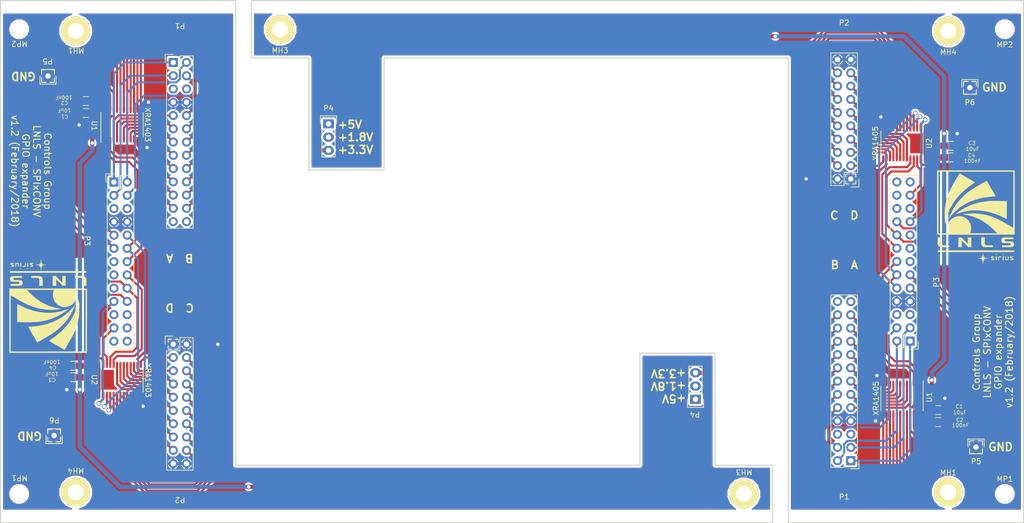
<source format=kicad_pcb>
(kicad_pcb (version 4) (host pcbnew 4.0.5+dfsg1-4)
  (title_block (title SPI16CON) (date 2015-09-14) (rev v0) (company Controle))
  (layers (0 Superior signal) (31 Inferior signal hide) (34 B.Paste user) (35 F.Paste user) (36 B.SilkS user) (37 F.SilkS user) (38 B.Mask user) (39 F.Mask user) (44 Edge.Cuts user))
  (net 0 "")
  (net 1 GND)
  (net 2 /AO)
  (net 3 /AI)
  (net 4 /PA0)
  (net 5 /PB0)
  (net 6 /PA1)
  (net 7 /PB1)
  (net 8 /PA2)
  (net 9 /PB2)
  (net 10 /PA3)
  (net 11 /PB3)
  (net 12 /PA4)
  (net 13 /PB4)
  (net 14 /PA5)
  (net 15 /PB5)
  (net 16 /PA6)
  (net 17 /PB6)
  (net 18 /PA7)
  (net 19 /PB7)
  (net 20 /AO_GND)
  (net 21 /AI_GND)
  (net 22 /+5V)
  (net 23 /+1.8V)
  (net 24 /+3.3V)
  (net 25 /PC0)
  (net 26 /PD0)
  (net 27 /PC1)
  (net 28 /PD1)
  (net 29 /PC2)
  (net 30 /PD2)
  (net 31 /PC3)
  (net 32 /PD3)
  (net 33 /PC4)
  (net 34 /PD4)
  (net 35 /PC5)
  (net 36 /PD5)
  (net 37 /PC6)
  (net 38 /PD6)
  (net 39 /PC7)
  (net 40 /PD7)
  (net 41 "Net-(P8-Pad1)")
  (net 42 "Net-(P9-Pad1)")
  (net 43 "Net-(P10-Pad1)")
  (net 44 "Net-(P11-Pad1)")
  (net 45 "Net-(P12-Pad1)")
  (net 46 /IRQ_2)
  (net 47 /MOSI)
  (net 48 /CS_2)
  (net 49 /CLK)
  (net 50 /IRQ_1)
  (net 51 /CS_1)
  (net 52 /MISO_1)
  (net 53 /MISO_2)
  (net 54 /RESET_1)
  (net 55 /RESET_2)
  (net 56 "Net-(P1-Pad5)")
  (net 57 "Net-(P1-Pad6)")
  (net 58 "Net-(P3-Pad5)")
  (net 59 "Net-(P3-Pad6)")
  (net 60 "Net-(P3-Pad13)")
  (net 61 "Net-(P3-Pad15)")
  (net 62 "Net-(P3-Pad17)")
  (net 63 "Net-(P3-Pad21)")
  (net 64 "Net-(P3-Pad22)")
  (net 65 "Net-(P3-Pad24)")
  (net 66 "Net-(P3-Pad25)")
  (net 67 "Net-(P3-Pad26)")
  (net 68 "Net-(P1-Pad25)")
  (net 69 "Net-(P1-Pad26)")
  (module Capacitors_SMD:C_0805_HandSoldering (layer Superior) (at -0.4691 96.6206 180)
    (fp_text reference C4)
    (fp_text value 100nF)
    (pad 1 smd rect (at -1.25 0 180) (size 1.5 1.25) (layers Superior F.Paste F.Mask) (net 24 /+3.3V))
    (pad 2 smd rect (at 1.25 0 180) (size 1.5 1.25) (layers Superior F.Paste F.Mask) (net 1 GND))
  )
  (module Capacitors_SMD:C_0805_HandSoldering (layer Superior) (at -0.4691 98.8304 180)
    (fp_text reference C3)
    (fp_text value 10uF)
    (pad 1 smd rect (at -1.25 0 180) (size 1.5 1.25) (layers Superior F.Paste F.Mask) (net 24 /+3.3V))
    (pad 2 smd rect (at 1.25 0 180) (size 1.5 1.25) (layers Superior F.Paste F.Mask) (net 1 GND))
  )
  (module Capacitors_SMD:C_0805_HandSoldering (layer Superior) (at 1.8931 45.9222 180)
    (fp_text reference C2)
    (fp_text value 100nF)
    (pad 1 smd rect (at -1.25 0 180) (size 1.5 1.25) (layers Superior F.Paste F.Mask) (net 24 /+3.3V))
    (pad 2 smd rect (at 1.25 0 180) (size 1.5 1.25) (layers Superior F.Paste F.Mask) (net 1 GND))
  )
  (module Capacitors_SMD:C_0805_HandSoldering (layer Superior) (at 1.8931 48.2209 180)
    (fp_text reference C1)
    (fp_text value 10uF)
    (pad 1 smd rect (at -1.25 0 180) (size 1.5 1.25) (layers Superior F.Paste F.Mask) (net 24 /+3.3V))
    (pad 2 smd rect (at 1.25 0 180) (size 1.5 1.25) (layers Superior F.Paste F.Mask) (net 1 GND))
  )
  (module Pin_Headers:Pin_Header_Straight_2x13 (layer Superior) (at 18.6444 38.5308)
    (fp_text reference P1)
    (fp_text value CONN_02X13)
    (pad 1 thru_hole rect (at 0 0) (size 1.7272 1.7272) (drill 1.016) (layers *.Cu *.Mask) (net 2 /AO))
    (pad 2 thru_hole oval (at 2.54 0) (size 1.7272 1.7272) (drill 1.016) (layers *.Cu *.Mask) (net 3 /AI))
    (pad 3 thru_hole oval (at 0 2.54) (size 1.7272 1.7272) (drill 1.016) (layers *.Cu *.Mask) (net 20 /AO_GND))
    (pad 4 thru_hole oval (at 2.54 2.54) (size 1.7272 1.7272) (drill 1.016) (layers *.Cu *.Mask) (net 21 /AI_GND))
    (pad 5 thru_hole oval (at 0 5.08) (size 1.7272 1.7272) (drill 1.016) (layers *.Cu *.Mask) (net 56 "Net-(P1-Pad5)"))
    (pad 6 thru_hole oval (at 2.54 5.08) (size 1.7272 1.7272) (drill 1.016) (layers *.Cu *.Mask) (net 57 "Net-(P1-Pad6)"))
    (pad 7 thru_hole oval (at 0 7.62) (size 1.7272 1.7272) (drill 1.016) (layers *.Cu *.Mask) (net 1 GND))
    (pad 8 thru_hole oval (at 2.54 7.62) (size 1.7272 1.7272) (drill 1.016) (layers *.Cu *.Mask) (net 1 GND))
    (pad 9 thru_hole oval (at 0 10.16) (size 1.7272 1.7272) (drill 1.016) (layers *.Cu *.Mask) (net 4 /PA0))
    (pad 10 thru_hole oval (at 2.54 10.16) (size 1.7272 1.7272) (drill 1.016) (layers *.Cu *.Mask) (net 5 /PB0))
    (pad 11 thru_hole oval (at 0 12.7) (size 1.7272 1.7272) (drill 1.016) (layers *.Cu *.Mask) (net 6 /PA1))
    (pad 12 thru_hole oval (at 2.54 12.7) (size 1.7272 1.7272) (drill 1.016) (layers *.Cu *.Mask) (net 7 /PB1))
    (pad 13 thru_hole oval (at 0 15.24) (size 1.7272 1.7272) (drill 1.016) (layers *.Cu *.Mask) (net 8 /PA2))
    (pad 14 thru_hole oval (at 2.54 15.24) (size 1.7272 1.7272) (drill 1.016) (layers *.Cu *.Mask) (net 9 /PB2))
    (pad 15 thru_hole oval (at 0 17.78) (size 1.7272 1.7272) (drill 1.016) (layers *.Cu *.Mask) (net 10 /PA3))
    (pad 16 thru_hole oval (at 2.54 17.78) (size 1.7272 1.7272) (drill 1.016) (layers *.Cu *.Mask) (net 11 /PB3))
    (pad 17 thru_hole oval (at 0 20.32) (size 1.7272 1.7272) (drill 1.016) (layers *.Cu *.Mask) (net 12 /PA4))
    (pad 18 thru_hole oval (at 2.54 20.32) (size 1.7272 1.7272) (drill 1.016) (layers *.Cu *.Mask) (net 13 /PB4))
    (pad 19 thru_hole oval (at 0 22.86) (size 1.7272 1.7272) (drill 1.016) (layers *.Cu *.Mask) (net 14 /PA5))
    (pad 20 thru_hole oval (at 2.54 22.86) (size 1.7272 1.7272) (drill 1.016) (layers *.Cu *.Mask) (net 15 /PB5))
    (pad 21 thru_hole oval (at 0 25.4) (size 1.7272 1.7272) (drill 1.016) (layers *.Cu *.Mask) (net 16 /PA6))
    (pad 22 thru_hole oval (at 2.54 25.4) (size 1.7272 1.7272) (drill 1.016) (layers *.Cu *.Mask) (net 17 /PB6))
    (pad 23 thru_hole oval (at 0 27.94) (size 1.7272 1.7272) (drill 1.016) (layers *.Cu *.Mask) (net 18 /PA7))
    (pad 24 thru_hole oval (at 2.54 27.94) (size 1.7272 1.7272) (drill 1.016) (layers *.Cu *.Mask) (net 19 /PB7))
    (pad 25 thru_hole oval (at 0 30.48) (size 1.7272 1.7272) (drill 1.016) (layers *.Cu *.Mask) (net 68 "Net-(P1-Pad25)"))
    (pad 26 thru_hole oval (at 2.54 30.48) (size 1.7272 1.7272) (drill 1.016) (layers *.Cu *.Mask) (net 69 "Net-(P1-Pad26)"))
  )
  (module Pin_Headers:Pin_Header_Straight_2x13 (layer Superior) (at 7.2914 61.4406)
    (fp_text reference P3)
    (fp_text value CONN_02X13)
    (pad 1 thru_hole rect (at 0 0) (size 1.7272 1.7272) (drill 1.016) (layers *.Cu *.Mask) (net 2 /AO))
    (pad 2 thru_hole oval (at 2.54 0) (size 1.7272 1.7272) (drill 1.016) (layers *.Cu *.Mask) (net 3 /AI))
    (pad 3 thru_hole oval (at 0 2.54) (size 1.7272 1.7272) (drill 1.016) (layers *.Cu *.Mask) (net 20 /AO_GND))
    (pad 4 thru_hole oval (at 2.54 2.54) (size 1.7272 1.7272) (drill 1.016) (layers *.Cu *.Mask) (net 21 /AI_GND))
    (pad 5 thru_hole oval (at 0 5.08) (size 1.7272 1.7272) (drill 1.016) (layers *.Cu *.Mask) (net 58 "Net-(P3-Pad5)"))
    (pad 6 thru_hole oval (at 2.54 5.08) (size 1.7272 1.7272) (drill 1.016) (layers *.Cu *.Mask) (net 59 "Net-(P3-Pad6)"))
    (pad 7 thru_hole oval (at 0 7.62) (size 1.7272 1.7272) (drill 1.016) (layers *.Cu *.Mask) (net 1 GND))
    (pad 8 thru_hole oval (at 2.54 7.62) (size 1.7272 1.7272) (drill 1.016) (layers *.Cu *.Mask) (net 1 GND))
    (pad 9 thru_hole oval (at 0 10.16) (size 1.7272 1.7272) (drill 1.016) (layers *.Cu *.Mask) (net 50 /IRQ_1))
    (pad 10 thru_hole oval (at 2.54 10.16) (size 1.7272 1.7272) (drill 1.016) (layers *.Cu *.Mask) (net 55 /RESET_2))
    (pad 11 thru_hole oval (at 0 12.7) (size 1.7272 1.7272) (drill 1.016) (layers *.Cu *.Mask) (net 52 /MISO_1))
    (pad 12 thru_hole oval (at 2.54 12.7) (size 1.7272 1.7272) (drill 1.016) (layers *.Cu *.Mask) (net 47 /MOSI))
    (pad 13 thru_hole oval (at 0 15.24) (size 1.7272 1.7272) (drill 1.016) (layers *.Cu *.Mask) (net 60 "Net-(P3-Pad13)"))
    (pad 14 thru_hole oval (at 2.54 15.24) (size 1.7272 1.7272) (drill 1.016) (layers *.Cu *.Mask) (net 54 /RESET_1))
    (pad 15 thru_hole oval (at 0 17.78) (size 1.7272 1.7272) (drill 1.016) (layers *.Cu *.Mask) (net 61 "Net-(P3-Pad15)"))
    (pad 16 thru_hole oval (at 2.54 17.78) (size 1.7272 1.7272) (drill 1.016) (layers *.Cu *.Mask) (net 48 /CS_2))
    (pad 17 thru_hole oval (at 0 20.32) (size 1.7272 1.7272) (drill 1.016) (layers *.Cu *.Mask) (net 62 "Net-(P3-Pad17)"))
    (pad 18 thru_hole oval (at 2.54 20.32) (size 1.7272 1.7272) (drill 1.016) (layers *.Cu *.Mask) (net 49 /CLK))
    (pad 19 thru_hole oval (at 0 22.86) (size 1.7272 1.7272) (drill 1.016) (layers *.Cu *.Mask) (net 46 /IRQ_2))
    (pad 20 thru_hole oval (at 2.54 22.86) (size 1.7272 1.7272) (drill 1.016) (layers *.Cu *.Mask) (net 51 /CS_1))
    (pad 21 thru_hole oval (at 0 25.4) (size 1.7272 1.7272) (drill 1.016) (layers *.Cu *.Mask) (net 63 "Net-(P3-Pad21)"))
    (pad 22 thru_hole oval (at 2.54 25.4) (size 1.7272 1.7272) (drill 1.016) (layers *.Cu *.Mask) (net 64 "Net-(P3-Pad22)"))
    (pad 23 thru_hole oval (at 0 27.94) (size 1.7272 1.7272) (drill 1.016) (layers *.Cu *.Mask) (net 53 /MISO_2))
    (pad 24 thru_hole oval (at 2.54 27.94) (size 1.7272 1.7272) (drill 1.016) (layers *.Cu *.Mask) (net 65 "Net-(P3-Pad24)"))
    (pad 25 thru_hole oval (at 0 30.48) (size 1.7272 1.7272) (drill 1.016) (layers *.Cu *.Mask) (net 66 "Net-(P3-Pad25)"))
    (pad 26 thru_hole oval (at 2.54 30.48) (size 1.7272 1.7272) (drill 1.016) (layers *.Cu *.Mask) (net 67 "Net-(P3-Pad26)"))
  )
  (module Pin_Headers:Pin_Header_Straight_2x10 (layer Superior) (at 18.6444 92.4968)
    (fp_text reference P2)
    (fp_text value CONN_02X10)
    (pad 1 thru_hole rect (at 0 0) (size 1.7272 1.7272) (drill 1.016) (layers *.Cu *.Mask) (net 1 GND))
    (pad 2 thru_hole oval (at 2.54 0) (size 1.7272 1.7272) (drill 1.016) (layers *.Cu *.Mask) (net 1 GND))
    (pad 3 thru_hole oval (at 0 2.54) (size 1.7272 1.7272) (drill 1.016) (layers *.Cu *.Mask) (net 26 /PD0))
    (pad 4 thru_hole oval (at 2.54 2.54) (size 1.7272 1.7272) (drill 1.016) (layers *.Cu *.Mask) (net 25 /PC0))
    (pad 5 thru_hole oval (at 0 5.08) (size 1.7272 1.7272) (drill 1.016) (layers *.Cu *.Mask) (net 28 /PD1))
    (pad 6 thru_hole oval (at 2.54 5.08) (size 1.7272 1.7272) (drill 1.016) (layers *.Cu *.Mask) (net 27 /PC1))
    (pad 7 thru_hole oval (at 0 7.62) (size 1.7272 1.7272) (drill 1.016) (layers *.Cu *.Mask) (net 30 /PD2))
    (pad 8 thru_hole oval (at 2.54 7.62) (size 1.7272 1.7272) (drill 1.016) (layers *.Cu *.Mask) (net 29 /PC2))
    (pad 9 thru_hole oval (at 0 10.16) (size 1.7272 1.7272) (drill 1.016) (layers *.Cu *.Mask) (net 32 /PD3))
    (pad 10 thru_hole oval (at 2.54 10.16) (size 1.7272 1.7272) (drill 1.016) (layers *.Cu *.Mask) (net 31 /PC3))
    (pad 11 thru_hole oval (at 0 12.7) (size 1.7272 1.7272) (drill 1.016) (layers *.Cu *.Mask) (net 34 /PD4))
    (pad 12 thru_hole oval (at 2.54 12.7) (size 1.7272 1.7272) (drill 1.016) (layers *.Cu *.Mask) (net 33 /PC4))
    (pad 13 thru_hole oval (at 0 15.24) (size 1.7272 1.7272) (drill 1.016) (layers *.Cu *.Mask) (net 36 /PD5))
    (pad 14 thru_hole oval (at 2.54 15.24) (size 1.7272 1.7272) (drill 1.016) (layers *.Cu *.Mask) (net 35 /PC5))
    (pad 15 thru_hole oval (at 0 17.78) (size 1.7272 1.7272) (drill 1.016) (layers *.Cu *.Mask) (net 38 /PD6))
    (pad 16 thru_hole oval (at 2.54 17.78) (size 1.7272 1.7272) (drill 1.016) (layers *.Cu *.Mask) (net 37 /PC6))
    (pad 17 thru_hole oval (at 0 20.32) (size 1.7272 1.7272) (drill 1.016) (layers *.Cu *.Mask) (net 40 /PD7))
    (pad 18 thru_hole oval (at 2.54 20.32) (size 1.7272 1.7272) (drill 1.016) (layers *.Cu *.Mask) (net 39 /PC7))
    (pad 19 thru_hole oval (at 0 22.86) (size 1.7272 1.7272) (drill 1.016) (layers *.Cu *.Mask) (net 1 GND))
    (pad 20 thru_hole oval (at 2.54 22.86) (size 1.7272 1.7272) (drill 1.016) (layers *.Cu *.Mask) (net 1 GND))
  )
  (module Housings_SSOP:TSSOP-24_4.4x7.8mm_Pitch0.65mm (layer Superior) (at 8.8654 50.4688 90)
    (fp_text reference U1)
    (fp_text value XRA1405)
    (pad 1 smd rect (at -2.85 -3.575 90) (size 1.1 0.4) (layers Superior F.Paste F.Mask) (net 50 /IRQ_1))
    (pad 2 smd rect (at -2.85 -2.925 90) (size 1.1 0.4) (layers Superior F.Paste F.Mask) (net 47 /MOSI))
    (pad 3 smd rect (at -2.85 -2.275 90) (size 1.1 0.4) (layers Superior F.Paste F.Mask) (net 54 /RESET_1))
    (pad 4 smd rect (at -2.85 -1.625 90) (size 1.1 0.4) (layers Superior F.Paste F.Mask) (net 4 /PA0))
    (pad 5 smd rect (at -2.85 -0.975 90) (size 1.1 0.4) (layers Superior F.Paste F.Mask) (net 6 /PA1))
    (pad 6 smd rect (at -2.85 -0.325 90) (size 1.1 0.4) (layers Superior F.Paste F.Mask) (net 8 /PA2))
    (pad 7 smd rect (at -2.85 0.325 90) (size 1.1 0.4) (layers Superior F.Paste F.Mask) (net 10 /PA3))
    (pad 8 smd rect (at -2.85 0.975 90) (size 1.1 0.4) (layers Superior F.Paste F.Mask) (net 12 /PA4))
    (pad 9 smd rect (at -2.85 1.625 90) (size 1.1 0.4) (layers Superior F.Paste F.Mask) (net 14 /PA5))
    (pad 10 smd rect (at -2.85 2.275 90) (size 1.1 0.4) (layers Superior F.Paste F.Mask) (net 16 /PA6))
    (pad 11 smd rect (at -2.85 2.925 90) (size 1.1 0.4) (layers Superior F.Paste F.Mask) (net 18 /PA7))
    (pad 12 smd rect (at -2.85 3.575 90) (size 1.1 0.4) (layers Superior F.Paste F.Mask) (net 1 GND))
    (pad 13 smd rect (at 2.85 3.575 90) (size 1.1 0.4) (layers Superior F.Paste F.Mask) (net 5 /PB0))
    (pad 14 smd rect (at 2.85 2.925 90) (size 1.1 0.4) (layers Superior F.Paste F.Mask) (net 7 /PB1))
    (pad 15 smd rect (at 2.85 2.275 90) (size 1.1 0.4) (layers Superior F.Paste F.Mask) (net 9 /PB2))
    (pad 16 smd rect (at 2.85 1.625 90) (size 1.1 0.4) (layers Superior F.Paste F.Mask) (net 11 /PB3))
    (pad 17 smd rect (at 2.85 0.975 90) (size 1.1 0.4) (layers Superior F.Paste F.Mask) (net 13 /PB4))
    (pad 18 smd rect (at 2.85 0.325 90) (size 1.1 0.4) (layers Superior F.Paste F.Mask) (net 15 /PB5))
    (pad 19 smd rect (at 2.85 -0.325 90) (size 1.1 0.4) (layers Superior F.Paste F.Mask) (net 17 /PB6))
    (pad 20 smd rect (at 2.85 -0.975 90) (size 1.1 0.4) (layers Superior F.Paste F.Mask) (net 19 /PB7))
    (pad 21 smd rect (at 2.85 -1.625 90) (size 1.1 0.4) (layers Superior F.Paste F.Mask) (net 51 /CS_1))
    (pad 22 smd rect (at 2.85 -2.275 90) (size 1.1 0.4) (layers Superior F.Paste F.Mask) (net 49 /CLK))
    (pad 23 smd rect (at 2.85 -2.925 90) (size 1.1 0.4) (layers Superior F.Paste F.Mask) (net 52 /MISO_1))
    (pad 24 smd rect (at 2.85 -3.575 90) (size 1.1 0.4) (layers Superior F.Paste F.Mask) (net 24 /+3.3V))
  )
  (module Controle:M3_Hole (layer Superior) (at -10.8356 121.1678 180)
    (fp_text reference P12)
    (fp_text value MP2)
    (pad 1 thru_hole circle (at 0 0 180) (size 3 3) (drill 3) (layers *.Cu *.Mask F.SilkS) (net 45 "Net-(P12-Pad1)"))
  )
  (module Controle:M3_Hole (layer Superior) (at -10.8356 32.1678 180)
    (fp_text reference P11)
    (fp_text value MP1)
    (pad 1 thru_hole circle (at 0 0 180) (size 3 3) (drill 3) (layers *.Cu *.Mask F.SilkS) (net 44 "Net-(P11-Pad1)"))
  )
  (module Controle:M3_Hole (layer Superior) (at -0.0165 120.8258 180)
    (fp_text reference P10)
    (fp_text value MH4)
    (pad 1 thru_hole circle (at 0 0 180) (size 5.5 5.5) (drill 3) (layers *.Cu *.Mask F.SilkS) (net 43 "Net-(P10-Pad1)"))
  )
  (module Controle:M3_Hole (layer Superior) (at 127.8344 121.1678 180)
    (fp_text reference P9)
    (fp_text value MH3)
    (pad 1 thru_hole circle (at 0 0 180) (size 5.5 5.5) (drill 3) (layers *.Cu *.Mask F.SilkS) (net 42 "Net-(P9-Pad1)"))
  )
  (module Controle:M3_Hole (layer Superior) (at -0.0165 32.5098 180)
    (fp_text reference P8)
    (fp_text value MH1)
    (pad 1 thru_hole circle (at 0 0 180) (size 5.5 5.5) (drill 3) (layers *.Cu *.Mask F.SilkS) (net 41 "Net-(P8-Pad1)"))
  )
  (module Controle:LNLS_LOGO_Silk (layer Superior) (at -5.3133 85.4883 180)
    (fp_text reference P4)
    (fp_text value CONN_01X03)
  )
  (module Pin_Headers:Pin_Header_Straight_1x01 (layer Superior) (at -5.3205 41.1343 180)
    (fp_text reference P5)
    (fp_text value CONN_01X01)
    (pad 1 thru_hole rect (at 0 0 180) (size 2.2352 2.2352) (drill 1.016) (layers *.Cu *.Mask) (net 1 GND))
  )
  (module Pin_Headers:Pin_Header_Straight_1x01 (layer Superior) (at -4.1521 109.9683 180)
    (fp_text reference P6)
    (fp_text value CONN_01X01)
    (pad 1 thru_hole rect (at 0 0 180) (size 2.2352 2.2352) (drill 1.016) (layers *.Cu *.Mask) (net 1 GND))
  )
  (module Pin_Headers:Pin_Header_Straight_1x03 (layer Superior) (at 118.5704 103.0478 180)
    (fp_text reference P4)
    (fp_text value CONN_01X03)
    (pad 1 thru_hole rect (at 0 0 180) (size 2.032 1.7272) (drill 1.016) (layers *.Cu *.Mask) (net 22 /+5V))
    (pad 2 thru_hole oval (at 0 2.54 180) (size 2.032 1.7272) (drill 1.016) (layers *.Cu *.Mask) (net 23 /+1.8V))
    (pad 3 thru_hole oval (at 0 5.08 180) (size 2.032 1.7272) (drill 1.016) (layers *.Cu *.Mask) (net 24 /+3.3V))
  )
  (module Housings_SSOP:TSSOP-24_4.4x7.8mm_Pitch0.65mm (layer Superior) (at 8.8654 99.3003 90)
    (fp_text reference U2)
    (fp_text value XRA1405)
    (pad 1 smd rect (at -2.85 -3.575 90) (size 1.1 0.4) (layers Superior F.Paste F.Mask) (net 46 /IRQ_2))
    (pad 2 smd rect (at -2.85 -2.925 90) (size 1.1 0.4) (layers Superior F.Paste F.Mask) (net 47 /MOSI))
    (pad 3 smd rect (at -2.85 -2.275 90) (size 1.1 0.4) (layers Superior F.Paste F.Mask) (net 55 /RESET_2))
    (pad 4 smd rect (at -2.85 -1.625 90) (size 1.1 0.4) (layers Superior F.Paste F.Mask) (net 25 /PC0))
    (pad 5 smd rect (at -2.85 -0.975 90) (size 1.1 0.4) (layers Superior F.Paste F.Mask) (net 27 /PC1))
    (pad 6 smd rect (at -2.85 -0.325 90) (size 1.1 0.4) (layers Superior F.Paste F.Mask) (net 29 /PC2))
    (pad 7 smd rect (at -2.85 0.325 90) (size 1.1 0.4) (layers Superior F.Paste F.Mask) (net 31 /PC3))
    (pad 8 smd rect (at -2.85 0.975 90) (size 1.1 0.4) (layers Superior F.Paste F.Mask) (net 33 /PC4))
    (pad 9 smd rect (at -2.85 1.625 90) (size 1.1 0.4) (layers Superior F.Paste F.Mask) (net 35 /PC5))
    (pad 10 smd rect (at -2.85 2.275 90) (size 1.1 0.4) (layers Superior F.Paste F.Mask) (net 37 /PC6))
    (pad 11 smd rect (at -2.85 2.925 90) (size 1.1 0.4) (layers Superior F.Paste F.Mask) (net 39 /PC7))
    (pad 12 smd rect (at -2.85 3.575 90) (size 1.1 0.4) (layers Superior F.Paste F.Mask) (net 1 GND))
    (pad 13 smd rect (at 2.85 3.575 90) (size 1.1 0.4) (layers Superior F.Paste F.Mask) (net 26 /PD0))
    (pad 14 smd rect (at 2.85 2.925 90) (size 1.1 0.4) (layers Superior F.Paste F.Mask) (net 28 /PD1))
    (pad 15 smd rect (at 2.85 2.275 90) (size 1.1 0.4) (layers Superior F.Paste F.Mask) (net 30 /PD2))
    (pad 16 smd rect (at 2.85 1.625 90) (size 1.1 0.4) (layers Superior F.Paste F.Mask) (net 32 /PD3))
    (pad 17 smd rect (at 2.85 0.975 90) (size 1.1 0.4) (layers Superior F.Paste F.Mask) (net 34 /PD4))
    (pad 18 smd rect (at 2.85 0.325 90) (size 1.1 0.4) (layers Superior F.Paste F.Mask) (net 36 /PD5))
    (pad 19 smd rect (at 2.85 -0.325 90) (size 1.1 0.4) (layers Superior F.Paste F.Mask) (net 38 /PD6))
    (pad 20 smd rect (at 2.85 -0.975 90) (size 1.1 0.4) (layers Superior F.Paste F.Mask) (net 40 /PD7))
    (pad 21 smd rect (at 2.85 -1.625 90) (size 1.1 0.4) (layers Superior F.Paste F.Mask) (net 48 /CS_2))
    (pad 22 smd rect (at 2.85 -2.275 90) (size 1.1 0.4) (layers Superior F.Paste F.Mask) (net 49 /CLK))
    (pad 23 smd rect (at 2.85 -2.925 90) (size 1.1 0.4) (layers Superior F.Paste F.Mask) (net 53 /MISO_2))
    (pad 24 smd rect (at 2.85 -3.575 90) (size 1.1 0.4) (layers Superior F.Paste F.Mask) (net 24 /+3.3V))
  )
  (module Housings_SSOP:TSSOP-24_4.4x7.8mm_Pitch0.65mm (layer Superior) (at 158.065 54.0375 270)
    (fp_text reference U2 (at 0 -5.2197 270) (layer F.SilkS))
    (fp_text value XRA1405 (at 0 5.0673 270) (layer F.SilkS))
    (pad 1 smd rect (at -2.85 -3.575 270) (size 1.1 0.4) (layers Superior F.Paste F.Mask) (net 46 /IRQ_2))
    (pad 2 smd rect (at -2.85 -2.925 270) (size 1.1 0.4) (layers Superior F.Paste F.Mask) (net 47 /MOSI))
    (pad 3 smd rect (at -2.85 -2.275 270) (size 1.1 0.4) (layers Superior F.Paste F.Mask) (net 55 /RESET_2))
    (pad 4 smd rect (at -2.85 -1.625 270) (size 1.1 0.4) (layers Superior F.Paste F.Mask) (net 25 /PC0))
    (pad 5 smd rect (at -2.85 -0.975 270) (size 1.1 0.4) (layers Superior F.Paste F.Mask) (net 27 /PC1))
    (pad 6 smd rect (at -2.85 -0.325 270) (size 1.1 0.4) (layers Superior F.Paste F.Mask) (net 29 /PC2))
    (pad 7 smd rect (at -2.85 0.325 270) (size 1.1 0.4) (layers Superior F.Paste F.Mask) (net 31 /PC3))
    (pad 8 smd rect (at -2.85 0.975 270) (size 1.1 0.4) (layers Superior F.Paste F.Mask) (net 33 /PC4))
    (pad 9 smd rect (at -2.85 1.625 270) (size 1.1 0.4) (layers Superior F.Paste F.Mask) (net 35 /PC5))
    (pad 10 smd rect (at -2.85 2.275 270) (size 1.1 0.4) (layers Superior F.Paste F.Mask) (net 37 /PC6))
    (pad 11 smd rect (at -2.85 2.925 270) (size 1.1 0.4) (layers Superior F.Paste F.Mask) (net 39 /PC7))
    (pad 12 smd rect (at -2.85 3.575 270) (size 1.1 0.4) (layers Superior F.Paste F.Mask) (net 1 GND))
    (pad 13 smd rect (at 2.85 3.575 270) (size 1.1 0.4) (layers Superior F.Paste F.Mask) (net 26 /PD0))
    (pad 14 smd rect (at 2.85 2.925 270) (size 1.1 0.4) (layers Superior F.Paste F.Mask) (net 28 /PD1))
    (pad 15 smd rect (at 2.85 2.275 270) (size 1.1 0.4) (layers Superior F.Paste F.Mask) (net 30 /PD2))
    (pad 16 smd rect (at 2.85 1.625 270) (size 1.1 0.4) (layers Superior F.Paste F.Mask) (net 32 /PD3))
    (pad 17 smd rect (at 2.85 0.975 270) (size 1.1 0.4) (layers Superior F.Paste F.Mask) (net 34 /PD4))
    (pad 18 smd rect (at 2.85 0.325 270) (size 1.1 0.4) (layers Superior F.Paste F.Mask) (net 36 /PD5))
    (pad 19 smd rect (at 2.85 -0.325 270) (size 1.1 0.4) (layers Superior F.Paste F.Mask) (net 38 /PD6))
    (pad 20 smd rect (at 2.85 -0.975 270) (size 1.1 0.4) (layers Superior F.Paste F.Mask) (net 40 /PD7))
    (pad 21 smd rect (at 2.85 -1.625 270) (size 1.1 0.4) (layers Superior F.Paste F.Mask) (net 48 /CS_2))
    (pad 22 smd rect (at 2.85 -2.275 270) (size 1.1 0.4) (layers Superior F.Paste F.Mask) (net 49 /CLK))
    (pad 23 smd rect (at 2.85 -2.925 270) (size 1.1 0.4) (layers Superior F.Paste F.Mask) (net 53 /MISO_2))
    (pad 24 smd rect (at 2.85 -3.575 270) (size 1.1 0.4) (layers Superior F.Paste F.Mask) (net 24 /+3.3V))
  )
  (module Pin_Headers:Pin_Header_Straight_1x03 (layer Superior) (at 48.36 50.29)
    (fp_text reference P4 (at 0.0024 -2.9835) (layer F.SilkS))
    (fp_text value CONN_01X03)
    (pad 1 thru_hole rect (at 0 0) (size 2.032 1.7272) (drill 1.016) (layers *.Cu *.Mask) (net 22 /+5V))
    (pad 2 thru_hole oval (at 0 2.54) (size 2.032 1.7272) (drill 1.016) (layers *.Cu *.Mask) (net 23 /+1.8V))
    (pad 3 thru_hole oval (at 0 5.08) (size 2.032 1.7272) (drill 1.016) (layers *.Cu *.Mask) (net 24 /+3.3V))
  )
  (module Pin_Headers:Pin_Header_Straight_1x01 (layer Superior) (at 171.0825 43.3695)
    (fp_text reference P6 (at 0 2.8067) (layer F.SilkS))
    (fp_text value CONN_01X01)
    (pad 1 thru_hole rect (at 0 0) (size 2.2352 2.2352) (drill 1.016) (layers *.Cu *.Mask) (net 1 GND))
  )
  (module Pin_Headers:Pin_Header_Straight_1x01 (layer Superior) (at 172.2509 112.2035)
    (fp_text reference P5 (at 0.0254 2.7305) (layer F.SilkS))
    (fp_text value CONN_01X01)
    (pad 1 thru_hole rect (at 0 0) (size 2.2352 2.2352) (drill 1.016) (layers *.Cu *.Mask) (net 1 GND))
  )
  (module Controle:LNLS_LOGO_Silk (layer Superior) (at 172.2437 67.8495)
    (fp_text reference P4)
    (fp_text value CONN_01X03)
  )
  (module Controle:M3_Hole (layer Superior) (at 166.9469 120.828)
    (fp_text reference P8)
    (fp_text value MH1 (at -0.0046 -3.7223) (layer F.SilkS))
    (pad 1 thru_hole circle (at 0 0) (size 5.5 5.5) (drill 3) (layers *.Cu *.Mask F.SilkS) (net 41 "Net-(P8-Pad1)"))
  )
  (module Controle:M3_Hole (layer Superior) (at 39.096 32.17)
    (fp_text reference P9)
    (fp_text value MH3 (at -0.0046 4.0748) (layer F.SilkS))
    (pad 1 thru_hole circle (at 0 0) (size 5.5 5.5) (drill 3) (layers *.Cu *.Mask F.SilkS) (net 42 "Net-(P9-Pad1)"))
  )
  (module Controle:M3_Hole (layer Superior) (at 166.9469 32.512)
    (fp_text reference P10)
    (fp_text value MH4 (at -0.0046 4.0376) (layer F.SilkS))
    (pad 1 thru_hole circle (at 0 0) (size 5.5 5.5) (drill 3) (layers *.Cu *.Mask F.SilkS) (net 43 "Net-(P10-Pad1)"))
  )
  (module Controle:M3_Hole (layer Superior) (at 177.766 121.17)
    (fp_text reference P11)
    (fp_text value MP1 (at -0.0033 -2.8578) (layer F.SilkS))
    (pad 1 thru_hole circle (at 0 0) (size 3 3) (drill 3) (layers *.Cu *.Mask F.SilkS) (net 44 "Net-(P11-Pad1)"))
  )
  (module Controle:M3_Hole (layer Superior) (at 177.766 32.17)
    (fp_text reference P12)
    (fp_text value MP2 (at -0.0033 2.9572) (layer F.SilkS))
    (pad 1 thru_hole circle (at 0 0) (size 3 3) (drill 3) (layers *.Cu *.Mask F.SilkS) (net 45 "Net-(P12-Pad1)"))
  )
  (module Housings_SSOP:TSSOP-24_4.4x7.8mm_Pitch0.65mm (layer Superior) (at 158.065 102.869 270)
    (fp_text reference U1 (at -0.2286 -5.2451 270) (layer F.SilkS))
    (fp_text value XRA1405 (at 0 4.95 270) (layer F.SilkS))
    (pad 1 smd rect (at -2.85 -3.575 270) (size 1.1 0.4) (layers Superior F.Paste F.Mask) (net 50 /IRQ_1))
    (pad 2 smd rect (at -2.85 -2.925 270) (size 1.1 0.4) (layers Superior F.Paste F.Mask) (net 47 /MOSI))
    (pad 3 smd rect (at -2.85 -2.275 270) (size 1.1 0.4) (layers Superior F.Paste F.Mask) (net 54 /RESET_1))
    (pad 4 smd rect (at -2.85 -1.625 270) (size 1.1 0.4) (layers Superior F.Paste F.Mask) (net 4 /PA0))
    (pad 5 smd rect (at -2.85 -0.975 270) (size 1.1 0.4) (layers Superior F.Paste F.Mask) (net 6 /PA1))
    (pad 6 smd rect (at -2.85 -0.325 270) (size 1.1 0.4) (layers Superior F.Paste F.Mask) (net 8 /PA2))
    (pad 7 smd rect (at -2.85 0.325 270) (size 1.1 0.4) (layers Superior F.Paste F.Mask) (net 10 /PA3))
    (pad 8 smd rect (at -2.85 0.975 270) (size 1.1 0.4) (layers Superior F.Paste F.Mask) (net 12 /PA4))
    (pad 9 smd rect (at -2.85 1.625 270) (size 1.1 0.4) (layers Superior F.Paste F.Mask) (net 14 /PA5))
    (pad 10 smd rect (at -2.85 2.275 270) (size 1.1 0.4) (layers Superior F.Paste F.Mask) (net 16 /PA6))
    (pad 11 smd rect (at -2.85 2.925 270) (size 1.1 0.4) (layers Superior F.Paste F.Mask) (net 18 /PA7))
    (pad 12 smd rect (at -2.85 3.575 270) (size 1.1 0.4) (layers Superior F.Paste F.Mask) (net 1 GND))
    (pad 13 smd rect (at 2.85 3.575 270) (size 1.1 0.4) (layers Superior F.Paste F.Mask) (net 5 /PB0))
    (pad 14 smd rect (at 2.85 2.925 270) (size 1.1 0.4) (layers Superior F.Paste F.Mask) (net 7 /PB1))
    (pad 15 smd rect (at 2.85 2.275 270) (size 1.1 0.4) (layers Superior F.Paste F.Mask) (net 9 /PB2))
    (pad 16 smd rect (at 2.85 1.625 270) (size 1.1 0.4) (layers Superior F.Paste F.Mask) (net 11 /PB3))
    (pad 17 smd rect (at 2.85 0.975 270) (size 1.1 0.4) (layers Superior F.Paste F.Mask) (net 13 /PB4))
    (pad 18 smd rect (at 2.85 0.325 270) (size 1.1 0.4) (layers Superior F.Paste F.Mask) (net 15 /PB5))
    (pad 19 smd rect (at 2.85 -0.325 270) (size 1.1 0.4) (layers Superior F.Paste F.Mask) (net 17 /PB6))
    (pad 20 smd rect (at 2.85 -0.975 270) (size 1.1 0.4) (layers Superior F.Paste F.Mask) (net 19 /PB7))
    (pad 21 smd rect (at 2.85 -1.625 270) (size 1.1 0.4) (layers Superior F.Paste F.Mask) (net 51 /CS_1))
    (pad 22 smd rect (at 2.85 -2.275 270) (size 1.1 0.4) (layers Superior F.Paste F.Mask) (net 49 /CLK))
    (pad 23 smd rect (at 2.85 -2.925 270) (size 1.1 0.4) (layers Superior F.Paste F.Mask) (net 52 /MISO_1))
    (pad 24 smd rect (at 2.85 -3.575 270) (size 1.1 0.4) (layers Superior F.Paste F.Mask) (net 24 /+3.3V))
  )
  (module Pin_Headers:Pin_Header_Straight_2x10 (layer Superior) (at 148.286 60.841 180)
    (fp_text reference P2 (at 1.27 29.9048 180) (layer F.SilkS))
    (fp_text value CONN_02X10)
    (pad 1 thru_hole rect (at 0 0 180) (size 1.7272 1.7272) (drill 1.016) (layers *.Cu *.Mask) (net 1 GND))
    (pad 2 thru_hole oval (at 2.54 0 180) (size 1.7272 1.7272) (drill 1.016) (layers *.Cu *.Mask) (net 1 GND))
    (pad 3 thru_hole oval (at 0 2.54 180) (size 1.7272 1.7272) (drill 1.016) (layers *.Cu *.Mask) (net 26 /PD0))
    (pad 4 thru_hole oval (at 2.54 2.54 180) (size 1.7272 1.7272) (drill 1.016) (layers *.Cu *.Mask) (net 25 /PC0))
    (pad 5 thru_hole oval (at 0 5.08 180) (size 1.7272 1.7272) (drill 1.016) (layers *.Cu *.Mask) (net 28 /PD1))
    (pad 6 thru_hole oval (at 2.54 5.08 180) (size 1.7272 1.7272) (drill 1.016) (layers *.Cu *.Mask) (net 27 /PC1))
    (pad 7 thru_hole oval (at 0 7.62 180) (size 1.7272 1.7272) (drill 1.016) (layers *.Cu *.Mask) (net 30 /PD2))
    (pad 8 thru_hole oval (at 2.54 7.62 180) (size 1.7272 1.7272) (drill 1.016) (layers *.Cu *.Mask) (net 29 /PC2))
    (pad 9 thru_hole oval (at 0 10.16 180) (size 1.7272 1.7272) (drill 1.016) (layers *.Cu *.Mask) (net 32 /PD3))
    (pad 10 thru_hole oval (at 2.54 10.16 180) (size 1.7272 1.7272) (drill 1.016) (layers *.Cu *.Mask) (net 31 /PC3))
    (pad 11 thru_hole oval (at 0 12.7 180) (size 1.7272 1.7272) (drill 1.016) (layers *.Cu *.Mask) (net 34 /PD4))
    (pad 12 thru_hole oval (at 2.54 12.7 180) (size 1.7272 1.7272) (drill 1.016) (layers *.Cu *.Mask) (net 33 /PC4))
    (pad 13 thru_hole oval (at 0 15.24 180) (size 1.7272 1.7272) (drill 1.016) (layers *.Cu *.Mask) (net 36 /PD5))
    (pad 14 thru_hole oval (at 2.54 15.24 180) (size 1.7272 1.7272) (drill 1.016) (layers *.Cu *.Mask) (net 35 /PC5))
    (pad 15 thru_hole oval (at 0 17.78 180) (size 1.7272 1.7272) (drill 1.016) (layers *.Cu *.Mask) (net 38 /PD6))
    (pad 16 thru_hole oval (at 2.54 17.78 180) (size 1.7272 1.7272) (drill 1.016) (layers *.Cu *.Mask) (net 37 /PC6))
    (pad 17 thru_hole oval (at 0 20.32 180) (size 1.7272 1.7272) (drill 1.016) (layers *.Cu *.Mask) (net 40 /PD7))
    (pad 18 thru_hole oval (at 2.54 20.32 180) (size 1.7272 1.7272) (drill 1.016) (layers *.Cu *.Mask) (net 39 /PC7))
    (pad 19 thru_hole oval (at 0 22.86 180) (size 1.7272 1.7272) (drill 1.016) (layers *.Cu *.Mask) (net 1 GND))
    (pad 20 thru_hole oval (at 2.54 22.86 180) (size 1.7272 1.7272) (drill 1.016) (layers *.Cu *.Mask) (net 1 GND))
  )
  (module Pin_Headers:Pin_Header_Straight_2x13 (layer Superior) (at 159.639 91.8972 180)
    (fp_text reference P3 (at -5.0427 11.2659 270) (layer F.SilkS))
    (fp_text value CONN_02X13)
    (pad 1 thru_hole rect (at 0 0 180) (size 1.7272 1.7272) (drill 1.016) (layers *.Cu *.Mask) (net 2 /AO))
    (pad 2 thru_hole oval (at 2.54 0 180) (size 1.7272 1.7272) (drill 1.016) (layers *.Cu *.Mask) (net 3 /AI))
    (pad 3 thru_hole oval (at 0 2.54 180) (size 1.7272 1.7272) (drill 1.016) (layers *.Cu *.Mask) (net 20 /AO_GND))
    (pad 4 thru_hole oval (at 2.54 2.54 180) (size 1.7272 1.7272) (drill 1.016) (layers *.Cu *.Mask) (net 21 /AI_GND))
    (pad 5 thru_hole oval (at 0 5.08 180) (size 1.7272 1.7272) (drill 1.016) (layers *.Cu *.Mask) (net 58 "Net-(P3-Pad5)"))
    (pad 6 thru_hole oval (at 2.54 5.08 180) (size 1.7272 1.7272) (drill 1.016) (layers *.Cu *.Mask) (net 59 "Net-(P3-Pad6)"))
    (pad 7 thru_hole oval (at 0 7.62 180) (size 1.7272 1.7272) (drill 1.016) (layers *.Cu *.Mask) (net 1 GND))
    (pad 8 thru_hole oval (at 2.54 7.62 180) (size 1.7272 1.7272) (drill 1.016) (layers *.Cu *.Mask) (net 1 GND))
    (pad 9 thru_hole oval (at 0 10.16 180) (size 1.7272 1.7272) (drill 1.016) (layers *.Cu *.Mask) (net 50 /IRQ_1))
    (pad 10 thru_hole oval (at 2.54 10.16 180) (size 1.7272 1.7272) (drill 1.016) (layers *.Cu *.Mask) (net 55 /RESET_2))
    (pad 11 thru_hole oval (at 0 12.7 180) (size 1.7272 1.7272) (drill 1.016) (layers *.Cu *.Mask) (net 52 /MISO_1))
    (pad 12 thru_hole oval (at 2.54 12.7 180) (size 1.7272 1.7272) (drill 1.016) (layers *.Cu *.Mask) (net 47 /MOSI))
    (pad 13 thru_hole oval (at 0 15.24 180) (size 1.7272 1.7272) (drill 1.016) (layers *.Cu *.Mask) (net 60 "Net-(P3-Pad13)"))
    (pad 14 thru_hole oval (at 2.54 15.24 180) (size 1.7272 1.7272) (drill 1.016) (layers *.Cu *.Mask) (net 54 /RESET_1))
    (pad 15 thru_hole oval (at 0 17.78 180) (size 1.7272 1.7272) (drill 1.016) (layers *.Cu *.Mask) (net 61 "Net-(P3-Pad15)"))
    (pad 16 thru_hole oval (at 2.54 17.78 180) (size 1.7272 1.7272) (drill 1.016) (layers *.Cu *.Mask) (net 48 /CS_2))
    (pad 17 thru_hole oval (at 0 20.32 180) (size 1.7272 1.7272) (drill 1.016) (layers *.Cu *.Mask) (net 62 "Net-(P3-Pad17)"))
    (pad 18 thru_hole oval (at 2.54 20.32 180) (size 1.7272 1.7272) (drill 1.016) (layers *.Cu *.Mask) (net 49 /CLK))
    (pad 19 thru_hole oval (at 0 22.86 180) (size 1.7272 1.7272) (drill 1.016) (layers *.Cu *.Mask) (net 46 /IRQ_2))
    (pad 20 thru_hole oval (at 2.54 22.86 180) (size 1.7272 1.7272) (drill 1.016) (layers *.Cu *.Mask) (net 51 /CS_1))
    (pad 21 thru_hole oval (at 0 25.4 180) (size 1.7272 1.7272) (drill 1.016) (layers *.Cu *.Mask) (net 63 "Net-(P3-Pad21)"))
    (pad 22 thru_hole oval (at 2.54 25.4 180) (size 1.7272 1.7272) (drill 1.016) (layers *.Cu *.Mask) (net 64 "Net-(P3-Pad22)"))
    (pad 23 thru_hole oval (at 0 27.94 180) (size 1.7272 1.7272) (drill 1.016) (layers *.Cu *.Mask) (net 53 /MISO_2))
    (pad 24 thru_hole oval (at 2.54 27.94 180) (size 1.7272 1.7272) (drill 1.016) (layers *.Cu *.Mask) (net 65 "Net-(P3-Pad24)"))
    (pad 25 thru_hole oval (at 0 30.48 180) (size 1.7272 1.7272) (drill 1.016) (layers *.Cu *.Mask) (net 66 "Net-(P3-Pad25)"))
    (pad 26 thru_hole oval (at 2.54 30.48 180) (size 1.7272 1.7272) (drill 1.016) (layers *.Cu *.Mask) (net 67 "Net-(P3-Pad26)"))
  )
  (module Pin_Headers:Pin_Header_Straight_2x13 (layer Superior) (at 148.286 114.807 180)
    (fp_text reference P1 (at 1.2573 -6.9215 180) (layer F.SilkS))
    (fp_text value CONN_02X13)
    (pad 1 thru_hole rect (at 0 0 180) (size 1.7272 1.7272) (drill 1.016) (layers *.Cu *.Mask) (net 2 /AO))
    (pad 2 thru_hole oval (at 2.54 0 180) (size 1.7272 1.7272) (drill 1.016) (layers *.Cu *.Mask) (net 3 /AI))
    (pad 3 thru_hole oval (at 0 2.54 180) (size 1.7272 1.7272) (drill 1.016) (layers *.Cu *.Mask) (net 20 /AO_GND))
    (pad 4 thru_hole oval (at 2.54 2.54 180) (size 1.7272 1.7272) (drill 1.016) (layers *.Cu *.Mask) (net 21 /AI_GND))
    (pad 5 thru_hole oval (at 0 5.08 180) (size 1.7272 1.7272) (drill 1.016) (layers *.Cu *.Mask) (net 56 "Net-(P1-Pad5)"))
    (pad 6 thru_hole oval (at 2.54 5.08 180) (size 1.7272 1.7272) (drill 1.016) (layers *.Cu *.Mask) (net 57 "Net-(P1-Pad6)"))
    (pad 7 thru_hole oval (at 0 7.62 180) (size 1.7272 1.7272) (drill 1.016) (layers *.Cu *.Mask) (net 1 GND))
    (pad 8 thru_hole oval (at 2.54 7.62 180) (size 1.7272 1.7272) (drill 1.016) (layers *.Cu *.Mask) (net 1 GND))
    (pad 9 thru_hole oval (at 0 10.16 180) (size 1.7272 1.7272) (drill 1.016) (layers *.Cu *.Mask) (net 4 /PA0))
    (pad 10 thru_hole oval (at 2.54 10.16 180) (size 1.7272 1.7272) (drill 1.016) (layers *.Cu *.Mask) (net 5 /PB0))
    (pad 11 thru_hole oval (at 0 12.7 180) (size 1.7272 1.7272) (drill 1.016) (layers *.Cu *.Mask) (net 6 /PA1))
    (pad 12 thru_hole oval (at 2.54 12.7 180) (size 1.7272 1.7272) (drill 1.016) (layers *.Cu *.Mask) (net 7 /PB1))
    (pad 13 thru_hole oval (at 0 15.24 180) (size 1.7272 1.7272) (drill 1.016) (layers *.Cu *.Mask) (net 8 /PA2))
    (pad 14 thru_hole oval (at 2.54 15.24 180) (size 1.7272 1.7272) (drill 1.016) (layers *.Cu *.Mask) (net 9 /PB2))
    (pad 15 thru_hole oval (at 0 17.78 180) (size 1.7272 1.7272) (drill 1.016) (layers *.Cu *.Mask) (net 10 /PA3))
    (pad 16 thru_hole oval (at 2.54 17.78 180) (size 1.7272 1.7272) (drill 1.016) (layers *.Cu *.Mask) (net 11 /PB3))
    (pad 17 thru_hole oval (at 0 20.32 180) (size 1.7272 1.7272) (drill 1.016) (layers *.Cu *.Mask) (net 12 /PA4))
    (pad 18 thru_hole oval (at 2.54 20.32 180) (size 1.7272 1.7272) (drill 1.016) (layers *.Cu *.Mask) (net 13 /PB4))
    (pad 19 thru_hole oval (at 0 22.86 180) (size 1.7272 1.7272) (drill 1.016) (layers *.Cu *.Mask) (net 14 /PA5))
    (pad 20 thru_hole oval (at 2.54 22.86 180) (size 1.7272 1.7272) (drill 1.016) (layers *.Cu *.Mask) (net 15 /PB5))
    (pad 21 thru_hole oval (at 0 25.4 180) (size 1.7272 1.7272) (drill 1.016) (layers *.Cu *.Mask) (net 16 /PA6))
    (pad 22 thru_hole oval (at 2.54 25.4 180) (size 1.7272 1.7272) (drill 1.016) (layers *.Cu *.Mask) (net 17 /PB6))
    (pad 23 thru_hole oval (at 0 27.94 180) (size 1.7272 1.7272) (drill 1.016) (layers *.Cu *.Mask) (net 18 /PA7))
    (pad 24 thru_hole oval (at 2.54 27.94 180) (size 1.7272 1.7272) (drill 1.016) (layers *.Cu *.Mask) (net 19 /PB7))
    (pad 25 thru_hole oval (at 0 30.48 180) (size 1.7272 1.7272) (drill 1.016) (layers *.Cu *.Mask) (net 68 "Net-(P1-Pad25)"))
    (pad 26 thru_hole oval (at 2.54 30.48 180) (size 1.7272 1.7272) (drill 1.016) (layers *.Cu *.Mask) (net 69 "Net-(P1-Pad26)"))
  )
  (module Capacitors_SMD:C_0805_HandSoldering (layer Superior) (at 165.0373 105.1169)
    (fp_text reference C1 (at 4.0005 -0.6858) (layer F.SilkS) (effects (font (size 0.7 0.7) (thickness 0.1))))
    (fp_text value 10uF (at 4.1148 0.4445) (layer F.SilkS) (effects (font (size 0.7 0.7) (thickness 0.1))))
    (pad 1 smd rect (at -1.25 0) (size 1.5 1.25) (layers Superior F.Paste F.Mask) (net 24 /+3.3V))
    (pad 2 smd rect (at 1.25 0) (size 1.5 1.25) (layers Superior F.Paste F.Mask) (net 1 GND))
  )
  (module Capacitors_SMD:C_0805_HandSoldering (layer Superior) (at 165.0373 107.4156)
    (fp_text reference C2 (at 4.1148 -0.4064) (layer F.SilkS) (effects (font (size 0.7 0.7) (thickness 0.1))))
    (fp_text value 100nF (at 4.2291 0.6096) (layer F.SilkS) (effects (font (size 0.7 0.7) (thickness 0.1))))
    (pad 1 smd rect (at -1.25 0) (size 1.5 1.25) (layers Superior F.Paste F.Mask) (net 24 /+3.3V))
    (pad 2 smd rect (at 1.25 0) (size 1.5 1.25) (layers Superior F.Paste F.Mask) (net 1 GND))
  )
  (module Capacitors_SMD:C_0805_HandSoldering (layer Superior) (at 167.3995 54.5074)
    (fp_text reference C3 (at 4.0767 -0.5334) (layer F.SilkS) (effects (font (size 0.7 0.7) (thickness 0.1))))
    (fp_text value 10uF (at 4.1783 0.5842) (layer F.SilkS) (effects (font (size 0.7 0.7) (thickness 0.1))))
    (pad 1 smd rect (at -1.25 0) (size 1.5 1.25) (layers Superior F.Paste F.Mask) (net 24 /+3.3V))
    (pad 2 smd rect (at 1.25 0) (size 1.5 1.25) (layers Superior F.Paste F.Mask) (net 1 GND))
  )
  (module Capacitors_SMD:C_0805_HandSoldering (layer Superior) (at 167.3995 56.7172)
    (fp_text reference C4 (at 3.9878 -0.4064) (layer F.SilkS) (effects (font (size 0.7 0.7) (thickness 0.1))))
    (fp_text value 100nF (at 4.1783 0.6731) (layer F.SilkS) (effects (font (size 0.7 0.7) (thickness 0.1))))
    (pad 1 smd rect (at -1.25 0) (size 1.5 1.25) (layers Superior F.Paste F.Mask) (net 24 /+3.3V))
    (pad 2 smd rect (at 1.25 0) (size 1.5 1.25) (layers Superior F.Paste F.Mask) (net 1 GND))
  )
  (gr_text 10uF (at -4.61184 98.18016 180) (layer F.SilkS) (effects (font (size 0.7 0.7) (thickness 0.1))))
  (gr_text 100nF (at -4.61692 95.884 180) (layer F.SilkS) (effects (font (size 0.7 0.7) (thickness 0.1))))
  (gr_text C3 (at -4.52802 99.313 180) (layer F.SilkS) (effects (font (size 0.7 0.7) (thickness 0.1))))
  (gr_text C4 (at -4.42388 96.96096 180) (layer F.SilkS) (effects (font (size 0.7 0.7) (thickness 0.1))))
  (gr_text C2 (at -2.17344 46.26002 180) (layer F.SilkS) (effects (font (size 0.7 0.7) (thickness 0.1))))
  (gr_text C1 (at -2.14296 48.90924 180) (layer F.SilkS) (effects (font (size 0.7 0.7) (thickness 0.1))))
  (gr_text MH1 (at 0.05668 36.24734 180) (layer F.SilkS) (effects (font (size 1 1))))
  (gr_text MH4 (at 0.01604 116.6993 180) (layer F.SilkS) (effects (font (size 1 1))))
  (gr_text P2 (at 19.96012 122.30508 180) (layer F.SilkS) (effects (font (size 1 1))))
  (gr_text P1 (at 19.9271 31.52294 180) (layer F.SilkS) (effects (font (size 1 1))))
  (gr_text U2 (at 3.55172 99.27236 270) (layer F.SilkS) (effects (font (size 1 1))))
  (gr_text U1 (at 3.5314 50.65676 270) (layer F.SilkS) (effects (font (size 1 1))))
  (gr_text XRA1403 (at 13.84126 99.38412 270) (layer F.SilkS) (effects (font (size 1 1))))
  (gr_text XRA1403 (at 13.74982 50.45102 270) (layer F.SilkS) (effects (font (size 1 1))))
  (gr_text 100nF (at -2.30044 45.24148 180) (layer F.SilkS) (effects (font (size 0.7 0.7) (thickness 0.1))))
  (gr_text 10uF (at -2.18868 47.71544 180) (layer F.SilkS) (effects (font (size 0.7 0.7) (thickness 0.1))))
  (gr_text MP1 (at -10.7688 118.12932 180) (layer F.SilkS) (effects (font (size 1 1))))
  (gr_text MP2 (at -10.77134 34.92908 180) (layer F.SilkS) (effects (font (size 1 1))))
  (gr_text P3 (at 2.16742 72.67856 270) (layer F.SilkS) (effects (font (size 1 1))))
  (gr_text MH3 (at 127.87964 116.98124 180) (layer F.SilkS) (effects (font (size 1 1))))
  (gr_text P5 (at -5.37638 38.29712 180) (layer F.SilkS) (effects (font (size 1 1))))
  (gr_text P6 (at -4.09876 107.0346 180) (layer F.SilkS) (effects (font (size 1 1))))
  (gr_text P4 (at 118.46132 105.90938 180) (layer F.SilkS) (effects (font (size 1 1))))
  (gr_line (start 133.3344 126.6678) (end -14.4056 126.6678) (angle 90) (layer Edge.Cuts) (width 0.2))
  (gr_line (start -14.4056 126.6678) (end -14.4056 26.6678) (angle 90) (layer Edge.Cuts) (width 0.2))
  (gr_line (start -14.4056 26.6678) (end 30.5944 26.6678) (angle 90) (layer Edge.Cuts) (width 0.2))
  (gr_text "Controls Group\nLNLS - SPIxCONV\nGPIO expander\nv1.2 (February/2018)" (at -8.5336 59.3461 270) (layer F.SilkS) (effects (font (size 1.3 1.3) (thickness 0.2))))
  (gr_text "+5V\n+1.8V\n+3.3V" (at 116.9704 100.4978 180) (layer F.SilkS) (effects (font (size 1.5 1.5) (thickness 0.3)) (justify left)))
  (gr_line (start 133.3344 126.6678) (end 133.3344 115.6678) (angle 90) (layer Edge.Cuts) (width 0.2))
  (gr_line (start 133.3344 115.6678) (end 122.3344 115.6678) (angle 90) (layer Edge.Cuts) (width 0.2))
  (gr_line (start 122.3344 115.6678) (end 122.3344 94.2038) (angle 90) (layer Edge.Cuts) (width 0.2))
  (gr_line (start 122.3344 94.2038) (end 107.9304 94.2038) (angle 90) (layer Edge.Cuts) (width 0.2))
  (gr_line (start 107.9304 115.6678) (end 30.5944 115.6678) (angle 90) (layer Edge.Cuts) (width 0.2))
  (gr_line (start 107.9304 94.2038) (end 107.9304 115.6678) (angle 90) (layer Edge.Cuts) (width 0.2))
  (gr_line (start 30.5944 115.6678) (end 30.5944 26.6678) (angle 90) (layer Edge.Cuts) (width 0.2))
  (gr_text "B  A" (at 19.8763 76.0212 180) (layer F.SilkS) (effects (font (thickness 0.3048))))
  (gr_text "C  D" (at 19.8763 85.4954 180) (layer F.SilkS) (effects (font (thickness 0.3048))))
  (gr_text GND (at -10.0195 41.1597 180) (layer F.SilkS) (effects (font (thickness 0.3048))))
  (gr_text GND (at -8.8384 110.0445 180) (layer F.SilkS) (effects (font (thickness 0.3048))))
  (gr_text GND (at 175.7688 43.2933) (layer F.SilkS) (effects (font (thickness 0.3048))))
  (gr_text GND (at 176.9499 112.1781) (layer F.SilkS) (effects (font (thickness 0.3048))))
  (gr_text "C  D" (at 147.0541 67.8424) (layer F.SilkS) (effects (font (thickness 0.3048))))
  (gr_text "B  A" (at 147.0541 77.3166) (layer F.SilkS) (effects (font (thickness 0.3048))))
  (gr_line (start 136.336 37.67) (end 136.336 126.67) (angle 90) (layer Edge.Cuts) (width 0.2))
  (gr_line (start 59 59.134) (end 59 37.67) (angle 90) (layer Edge.Cuts) (width 0.2))
  (gr_line (start 59 37.67) (end 136.336 37.67) (angle 90) (layer Edge.Cuts) (width 0.2))
  (gr_line (start 44.596 59.134) (end 59 59.134) (angle 90) (layer Edge.Cuts) (width 0.2))
  (gr_line (start 44.596 37.67) (end 44.596 59.134) (angle 90) (layer Edge.Cuts) (width 0.2))
  (gr_line (start 33.596 37.67) (end 44.596 37.67) (angle 90) (layer Edge.Cuts) (width 0.2))
  (gr_line (start 33.596 26.67) (end 33.596 37.67) (angle 90) (layer Edge.Cuts) (width 0.2))
  (gr_text "+5V\n+1.8V\n+3.3V" (at 49.96 52.84) (layer F.SilkS) (effects (font (size 1.5 1.5) (thickness 0.3)) (justify left)))
  (gr_text "Controls Group\nLNLS - SPIxCONV\nGPIO expander\nv1.2 (February/2018)" (at 175.464 93.9917 90) (layer F.SilkS) (effects (font (size 1.3 1.3) (thickness 0.2))))
  (gr_line (start 181.336 126.67) (end 136.336 126.67) (angle 90) (layer Edge.Cuts) (width 0.2))
  (gr_line (start 181.336 26.67) (end 181.336 126.67) (angle 90) (layer Edge.Cuts) (width 0.2))
  (gr_line (start 33.596 26.67) (end 181.336 26.67) (angle 90) (layer Edge.Cuts) (width 0.2))
  (segment (start 18.6444 47.3192) (end 18.6444 46.1508) (width 0.25) (layer Inferior) (net 1))
  (via (at 13.8946 46.1508) (size 0.889) (drill 0.635) (layers Superior Inferior) (net 1))
  (segment (start 18.6444 46.1508) (end 13.8946 46.1508) (width 0.25) (layer Superior) (net 1))
  (segment (start 21.1844 47.3192) (end 18.6444 47.3192) (width 0.25) (layer Inferior) (net 1))
  (segment (start 21.1844 46.1508) (end 21.1844 47.3192) (width 0.25) (layer Inferior) (net 1))
  (segment (start 18.6444 47.3192) (end 18.6444 47.0271) (width 0.25) (layer Superior) (net 1))
  (segment (start 21.1844 47.3192) (end 18.6444 47.3192) (width 0.25) (layer Superior) (net 1))
  (segment (start 21.1844 46.1508) (end 21.1844 47.3192) (width 0.25) (layer Superior) (net 1))
  (segment (start 21.1844 114.3117) (end 21.1844 115.3568) (width 0.25) (layer Superior) (net 1))
  (segment (start 21.0574 114.1847) (end 21.1844 114.3117) (width 0.25) (layer Superior) (net 1))
  (segment (start 18.6444 114.1847) (end 21.0574 114.1847) (width 0.25) (layer Superior) (net 1))
  (segment (start 18.6444 115.3568) (end 18.6444 114.1847) (width 0.25) (layer Superior) (net 1))
  (segment (start 18.6444 114.1847) (end 21.1844 114.1847) (width 0.25) (layer Inferior) (net 1))
  (segment (start 21.1844 114.1847) (end 21.1844 114.4895) (width 0.25) (layer Inferior) (net 1))
  (segment (start 18.6444 115.3568) (end 18.6444 114.1847) (width 0.25) (layer Inferior) (net 1))
  (segment (start 21.1844 92.4968) (end 21.1844 93.6742) (width 0.25) (layer Inferior) (net 1))
  (segment (start 21.1844 92.4968) (end 21.1844 93.6742) (width 0.25) (layer Superior) (net 1))
  (segment (start 27.1825 92.4968) (end 27.1915 92.5058) (width 0.25) (layer Superior) (net 1))
  (via (at 27.1915 92.5058) (size 0.889) (drill 0.635) (layers Superior Inferior) (net 1))
  (segment (start 21.1844 92.4968) (end 27.1825 92.4968) (width 0.25) (layer Superior) (net 1))
  (segment (start 18.6571 92.5095) (end 18.6444 92.4968) (width 0.25) (layer Inferior) (net 1))
  (segment (start 21.1844 93.6742) (end 18.6571 93.6742) (width 0.25) (layer Inferior) (net 1))
  (segment (start 18.6571 93.6742) (end 18.6571 92.5095) (width 0.25) (layer Inferior) (net 1))
  (segment (start 18.6571 93.6742) (end 18.4031 93.6742) (width 0.25) (layer Inferior) (net 1))
  (segment (start 18.6571 92.5095) (end 18.6444 92.4968) (width 0.25) (layer Superior) (net 1))
  (segment (start 21.1844 93.6742) (end 18.6571 93.6742) (width 0.25) (layer Superior) (net 1))
  (segment (start 18.6571 93.6742) (end 18.6571 92.5095) (width 0.25) (layer Superior) (net 1))
  (segment (start 18.6571 93.6742) (end 18.3777 93.6742) (width 0.25) (layer Superior) (net 1))
  (segment (start 12.4404 102.8118) (end 12.904 103.2754) (width 0.4) (layer Superior) (net 1))
  (segment (start 12.904 103.2754) (end 12.904 104.3803) (width 0.4) (layer Superior) (net 1))
  (via (at 12.904 104.3803) (size 0.889) (drill 0.635) (layers Superior Inferior) (net 1))
  (segment (start 12.4404 102.1503) (end 12.4404 102.8118) (width 0.4) (layer Superior) (net 1))
  (segment (start 12.7441 53.3188) (end 13.6406 54.2153) (width 0.4) (layer Superior) (net 1))
  (segment (start 13.6406 54.2153) (end 13.6406 54.8249) (width 0.4) (layer Superior) (net 1))
  (via (at 13.6406 54.8249) (size 0.889) (drill 0.635) (layers Superior Inferior) (net 1))
  (segment (start 12.4404 53.3188) (end 12.7441 53.3188) (width 0.4) (layer Superior) (net 1))
  (segment (start 0.6431 50.4888) (end 0.6485 50.4942) (width 0.25) (layer Superior) (net 1))
  (via (at 0.6485 50.4942) (size 0.889) (drill 0.635) (layers Superior Inferior) (net 1))
  (segment (start 0.6431 48.2209) (end 0.6431 50.4888) (width 0.25) (layer Superior) (net 1))
  (segment (start 9.8298 69.0622) (end 9.8314 69.0606) (width 0.25) (layer Inferior) (net 1))
  (segment (start 9.8298 70.2165) (end 9.8298 69.0622) (width 0.25) (layer Inferior) (net 1))
  (segment (start 7.2914 70.2165) (end 9.8298 70.2165) (width 0.25) (layer Inferior) (net 1))
  (segment (start 7.2914 69.0606) (end 7.2914 70.2165) (width 0.25) (layer Inferior) (net 1))
  (segment (start 7.2906 68.198) (end 7.2914 69.0606) (width 0.25) (layer Inferior) (net 1))
  (segment (start 7.2914 68.1972) (end 7.2906 68.198) (width 0.25) (layer Inferior) (net 1))
  (segment (start 9.8314 70.2165) (end 7.2914 70.2165) (width 0.25) (layer Superior) (net 1))
  (segment (start 7.2914 70.2165) (end 7.2914 69.926) (width 0.25) (layer Superior) (net 1))
  (segment (start 7.2914 69.926) (end 7.2906 69.9252) (width 0.25) (layer Superior) (net 1))
  (segment (start 9.8314 69.0606) (end 9.8314 70.2165) (width 0.25) (layer Superior) (net 1))
  (segment (start 7.2914 68.1972) (end 7.2914 69.0606) (width 0.25) (layer Inferior) (net 1))
  (segment (start 9.8314 67.9067) (end 7.2914 67.9067) (width 0.25) (layer Inferior) (net 1))
  (segment (start 7.2914 67.9067) (end 7.2914 68.1972) (width 0.25) (layer Inferior) (net 1))
  (segment (start 9.8314 69.0606) (end 9.8314 67.9067) (width 0.25) (layer Inferior) (net 1))
  (segment (start 9.8314 67.9067) (end 7.2914 67.9067) (width 0.25) (layer Superior) (net 1))
  (segment (start 7.2914 67.9067) (end 7.2914 69.0606) (width 0.25) (layer Superior) (net 1))
  (segment (start 9.8314 69.0606) (end 9.8314 67.9067) (width 0.25) (layer Superior) (net 1))
  (segment (start -1.7191 101.1872) (end -1.7137 101.1926) (width 0.25) (layer Superior) (net 1))
  (via (at -1.7137 101.1926) (size 0.889) (drill 0.635) (layers Superior Inferior) (net 1))
  (segment (start -1.7191 98.8304) (end -1.7191 101.1872) (width 0.25) (layer Superior) (net 1))
  (segment (start 168.6495 54.5074) (end 168.6495 52.1506) (width 0.25) (layer Superior) (net 1))
  (via (at 168.6441 52.1452) (size 0.889) (drill 0.635) (layers Superior Inferior) (net 1))
  (segment (start 168.6495 52.1506) (end 168.6441 52.1452) (width 0.25) (layer Superior) (net 1))
  (segment (start 157.099 84.2772) (end 157.099 85.4311) (width 0.25) (layer Superior) (net 1))
  (segment (start 159.639 85.4311) (end 159.639 84.2772) (width 0.25) (layer Superior) (net 1))
  (segment (start 157.099 85.4311) (end 159.639 85.4311) (width 0.25) (layer Superior) (net 1))
  (segment (start 157.099 84.2772) (end 157.099 85.4311) (width 0.25) (layer Inferior) (net 1))
  (segment (start 159.639 85.4311) (end 159.639 85.1406) (width 0.25) (layer Inferior) (net 1))
  (segment (start 157.099 85.4311) (end 159.639 85.4311) (width 0.25) (layer Inferior) (net 1))
  (segment (start 159.639 85.1406) (end 159.639 84.2772) (width 0.25) (layer Inferior) (net 1))
  (segment (start 157.099 84.2772) (end 157.099 83.1213) (width 0.25) (layer Superior) (net 1))
  (segment (start 159.639 83.4118) (end 159.6398 83.4126) (width 0.25) (layer Superior) (net 1))
  (segment (start 159.639 83.1213) (end 159.639 83.4118) (width 0.25) (layer Superior) (net 1))
  (segment (start 157.099 83.1213) (end 159.639 83.1213) (width 0.25) (layer Superior) (net 1))
  (segment (start 159.639 85.1406) (end 159.6398 85.1398) (width 0.25) (layer Inferior) (net 1))
  (segment (start 159.6398 85.1398) (end 159.639 84.2772) (width 0.25) (layer Inferior) (net 1))
  (segment (start 159.639 84.2772) (end 159.639 83.1213) (width 0.25) (layer Inferior) (net 1))
  (segment (start 159.639 83.1213) (end 157.1006 83.1213) (width 0.25) (layer Inferior) (net 1))
  (segment (start 157.1006 83.1213) (end 157.1006 84.2756) (width 0.25) (layer Inferior) (net 1))
  (segment (start 157.1006 84.2756) (end 157.099 84.2772) (width 0.25) (layer Inferior) (net 1))
  (segment (start 166.2873 105.1169) (end 166.2873 102.849) (width 0.25) (layer Superior) (net 1))
  (via (at 166.2819 102.8436) (size 0.889) (drill 0.635) (layers Superior Inferior) (net 1))
  (segment (start 166.2873 102.849) (end 166.2819 102.8436) (width 0.25) (layer Superior) (net 1))
  (segment (start 154.49 100.019) (end 154.1863 100.019) (width 0.4) (layer Superior) (net 1))
  (via (at 153.2898 98.5129) (size 0.889) (drill 0.635) (layers Superior Inferior) (net 1))
  (segment (start 153.2898 99.1225) (end 153.2898 98.5129) (width 0.4) (layer Superior) (net 1))
  (segment (start 154.1863 100.019) (end 153.2898 99.1225) (width 0.4) (layer Superior) (net 1))
  (segment (start 154.49 51.1875) (end 154.49 50.526) (width 0.4) (layer Superior) (net 1))
  (via (at 154.0264 48.9575) (size 0.889) (drill 0.635) (layers Superior Inferior) (net 1))
  (segment (start 154.0264 50.0624) (end 154.0264 48.9575) (width 0.4) (layer Superior) (net 1))
  (segment (start 154.49 50.526) (end 154.0264 50.0624) (width 0.4) (layer Superior) (net 1))
  (segment (start 148.2733 59.6636) (end 148.5527 59.6636) (width 0.25) (layer Superior) (net 1))
  (segment (start 148.2733 59.6636) (end 148.2733 60.8283) (width 0.25) (layer Superior) (net 1))
  (segment (start 145.746 59.6636) (end 148.2733 59.6636) (width 0.25) (layer Superior) (net 1))
  (segment (start 148.2733 60.8283) (end 148.286 60.841) (width 0.25) (layer Superior) (net 1))
  (segment (start 148.2733 59.6636) (end 148.5273 59.6636) (width 0.25) (layer Inferior) (net 1))
  (segment (start 148.2733 59.6636) (end 148.2733 60.8283) (width 0.25) (layer Inferior) (net 1))
  (segment (start 145.746 59.6636) (end 148.2733 59.6636) (width 0.25) (layer Inferior) (net 1))
  (segment (start 148.2733 60.8283) (end 148.286 60.841) (width 0.25) (layer Inferior) (net 1))
  (segment (start 145.746 60.841) (end 139.7479 60.841) (width 0.25) (layer Superior) (net 1))
  (via (at 139.7389 60.832) (size 0.889) (drill 0.635) (layers Superior Inferior) (net 1))
  (segment (start 139.7479 60.841) (end 139.7389 60.832) (width 0.25) (layer Superior) (net 1))
  (segment (start 145.746 60.841) (end 145.746 59.6636) (width 0.25) (layer Superior) (net 1))
  (segment (start 145.746 60.841) (end 145.746 59.6636) (width 0.25) (layer Inferior) (net 1))
  (segment (start 148.286 37.981) (end 148.286 39.1531) (width 0.25) (layer Inferior) (net 1))
  (segment (start 145.746 39.1531) (end 145.746 38.8483) (width 0.25) (layer Inferior) (net 1))
  (segment (start 148.286 39.1531) (end 145.746 39.1531) (width 0.25) (layer Inferior) (net 1))
  (segment (start 148.286 37.981) (end 148.286 39.1531) (width 0.25) (layer Superior) (net 1))
  (segment (start 148.286 39.1531) (end 145.873 39.1531) (width 0.25) (layer Superior) (net 1))
  (segment (start 145.873 39.1531) (end 145.746 39.0261) (width 0.25) (layer Superior) (net 1))
  (segment (start 145.746 39.0261) (end 145.746 37.981) (width 0.25) (layer Superior) (net 1))
  (segment (start 145.746 107.187) (end 145.746 106.0186) (width 0.25) (layer Superior) (net 1))
  (segment (start 145.746 106.0186) (end 148.286 106.0186) (width 0.25) (layer Superior) (net 1))
  (segment (start 148.286 106.0186) (end 148.286 106.3107) (width 0.25) (layer Superior) (net 1))
  (segment (start 145.746 107.187) (end 145.746 106.0186) (width 0.25) (layer Inferior) (net 1))
  (segment (start 145.746 106.0186) (end 148.286 106.0186) (width 0.25) (layer Inferior) (net 1))
  (segment (start 148.286 107.187) (end 153.0358 107.187) (width 0.25) (layer Superior) (net 1))
  (via (at 153.0358 107.187) (size 0.889) (drill 0.635) (layers Superior Inferior) (net 1))
  (segment (start 148.286 106.0186) (end 148.286 107.187) (width 0.25) (layer Inferior) (net 1))
  (segment (start 7.2914 61.4406) (end 7.2914 40.6128) (width 0.4) (layer Inferior) (net 2))
  (segment (start 7.2914 40.6128) (end 9.3734 38.5308) (width 0.4) (layer Inferior) (net 2))
  (segment (start 9.3734 38.5308) (end 18.6444 38.5308) (width 0.4) (layer Inferior) (net 2))
  (segment (start 157.557 114.807) (end 148.286 114.807) (width 0.4) (layer Inferior) (net 2))
  (segment (start 159.639 112.725) (end 157.557 114.807) (width 0.4) (layer Inferior) (net 2))
  (segment (start 159.639 91.8972) (end 159.639 112.725) (width 0.4) (layer Inferior) (net 2))
  (segment (start 11.8118 42.3408) (end 19.254 42.3408) (width 0.4) (layer Inferior) (net 3))
  (segment (start 9.8314 44.3212) (end 11.8118 42.3408) (width 0.4) (layer Inferior) (net 3))
  (segment (start 9.8314 61.4406) (end 9.8314 44.3212) (width 0.4) (layer Inferior) (net 3))
  (segment (start 19.9144 39.8008) (end 21.1844 38.5308) (width 0.4) (layer Inferior) (net 3))
  (segment (start 19.9144 41.6804) (end 19.9144 39.8008) (width 0.4) (layer Inferior) (net 3))
  (segment (start 19.254 42.3408) (end 19.9144 41.6804) (width 0.4) (layer Inferior) (net 3))
  (segment (start 147.6764 110.997) (end 147.016 111.6574) (width 0.4) (layer Inferior) (net 3))
  (segment (start 147.016 111.6574) (end 147.016 113.537) (width 0.4) (layer Inferior) (net 3))
  (segment (start 147.016 113.537) (end 145.746 114.807) (width 0.4) (layer Inferior) (net 3))
  (segment (start 157.099 91.8972) (end 157.099 109.0166) (width 0.4) (layer Inferior) (net 3))
  (segment (start 157.099 109.0166) (end 155.1186 110.997) (width 0.4) (layer Inferior) (net 3))
  (segment (start 155.1186 110.997) (end 147.6764 110.997) (width 0.4) (layer Inferior) (net 3))
  (segment (start 18.634988 48.681388) (end 18.6444 48.6908) (width 0.4) (layer Superior) (net 4))
  (segment (start 8.163612 48.681388) (end 18.634988 48.681388) (width 0.4) (layer Superior) (net 4))
  (segment (start 7.2404 49.6046) (end 8.163612 48.681388) (width 0.4) (layer Superior) (net 4))
  (segment (start 7.2404 53.3188) (end 7.2404 49.6046) (width 0.4) (layer Superior) (net 4))
  (segment (start 159.69 100.019) (end 159.69 103.7332) (width 0.4) (layer Superior) (net 4))
  (segment (start 159.69 103.7332) (end 158.766788 104.656412) (width 0.4) (layer Superior) (net 4))
  (segment (start 158.766788 104.656412) (end 148.295412 104.656412) (width 0.4) (layer Superior) (net 4))
  (segment (start 148.295412 104.656412) (end 148.286 104.647) (width 0.4) (layer Superior) (net 4))
  (segment (start 23.7498 37.7434) (end 23.7498 46.1254) (width 0.4) (layer Superior) (net 5))
  (segment (start 23.7498 46.1254) (end 21.1844 48.6908) (width 0.4) (layer Superior) (net 5))
  (segment (start 22.2512 36.2448) (end 23.7498 37.7434) (width 0.4) (layer Superior) (net 5))
  (segment (start 13.3358 36.2448) (end 22.2512 36.2448) (width 0.4) (layer Superior) (net 5))
  (segment (start 12.4404 37.1402) (end 13.3358 36.2448) (width 0.4) (layer Superior) (net 5))
  (segment (start 12.4404 47.6188) (end 12.4404 37.1402) (width 0.4) (layer Superior) (net 5))
  (segment (start 154.49 105.719) (end 154.49 116.1976) (width 0.4) (layer Superior) (net 5))
  (segment (start 154.49 116.1976) (end 153.5946 117.093) (width 0.4) (layer Superior) (net 5))
  (segment (start 153.5946 117.093) (end 144.6792 117.093) (width 0.4) (layer Superior) (net 5))
  (segment (start 144.6792 117.093) (end 143.1806 115.5944) (width 0.4) (layer Superior) (net 5))
  (segment (start 143.1806 107.2124) (end 145.746 104.647) (width 0.4) (layer Superior) (net 5))
  (segment (start 143.1806 115.5944) (end 143.1806 107.2124) (width 0.4) (layer Superior) (net 5))
  (segment (start 16.68499 49.27139) (end 18.6444 51.2308) (width 0.4) (layer Superior) (net 6))
  (segment (start 8.71661 49.27139) (end 16.68499 49.27139) (width 0.4) (layer Superior) (net 6))
  (segment (start 7.8904 50.0976) (end 8.71661 49.27139) (width 0.4) (layer Superior) (net 6))
  (segment (start 7.8904 53.3188) (end 7.8904 50.0976) (width 0.4) (layer Superior) (net 6))
  (segment (start 159.04 100.019) (end 159.04 103.2402) (width 0.4) (layer Superior) (net 6))
  (segment (start 159.04 103.2402) (end 158.21379 104.06641) (width 0.4) (layer Superior) (net 6))
  (segment (start 158.21379 104.06641) (end 150.24541 104.06641) (width 0.4) (layer Superior) (net 6))
  (segment (start 150.24541 104.06641) (end 148.286 102.107) (width 0.4) (layer Superior) (net 6))
  (segment (start 21.1844 51.2308) (end 24.3848 48.0304) (width 0.4) (layer Superior) (net 7))
  (segment (start 24.3848 48.0304) (end 24.3848 37.544012) (width 0.4) (layer Superior) (net 7))
  (segment (start 24.3848 37.544012) (end 22.495586 35.654798) (width 0.4) (layer Superior) (net 7))
  (segment (start 22.495586 35.654798) (end 13.091414 35.654798) (width 0.4) (layer Superior) (net 7))
  (segment (start 13.091414 35.654798) (end 11.7904 36.955812) (width 0.4) (layer Superior) (net 7))
  (segment (start 11.7904 36.955812) (end 11.7904 47.6188) (width 0.4) (layer Superior) (net 7))
  (segment (start 155.14 116.381988) (end 155.14 105.719) (width 0.4) (layer Superior) (net 7))
  (segment (start 153.838986 117.683002) (end 155.14 116.381988) (width 0.4) (layer Superior) (net 7))
  (segment (start 144.434814 117.683002) (end 153.838986 117.683002) (width 0.4) (layer Superior) (net 7))
  (segment (start 142.5456 115.793788) (end 144.434814 117.683002) (width 0.4) (layer Superior) (net 7))
  (segment (start 142.5456 105.3074) (end 142.5456 115.793788) (width 0.4) (layer Superior) (net 7))
  (segment (start 145.746 102.107) (end 142.5456 105.3074) (width 0.4) (layer Superior) (net 7))
  (segment (start 18.6444 53.7708) (end 14.734992 49.861392) (width 0.4) (layer Superior) (net 8))
  (segment (start 14.734992 49.861392) (end 9.269608 49.861392) (width 0.4) (layer Superior) (net 8))
  (segment (start 9.269608 49.861392) (end 8.5404 50.5906) (width 0.4) (layer Superior) (net 8))
  (segment (start 8.5404 50.5906) (end 8.5404 53.3188) (width 0.4) (layer Superior) (net 8))
  (segment (start 158.39 102.7472) (end 158.39 100.019) (width 0.4) (layer Superior) (net 8))
  (segment (start 157.660792 103.476408) (end 158.39 102.7472) (width 0.4) (layer Superior) (net 8))
  (segment (start 152.195408 103.476408) (end 157.660792 103.476408) (width 0.4) (layer Superior) (net 8))
  (segment (start 148.286 99.567) (end 152.195408 103.476408) (width 0.4) (layer Superior) (net 8))
  (segment (start 21.1844 53.7708) (end 24.9944 49.9608) (width 0.4) (layer Superior) (net 9))
  (segment (start 24.9944 49.9608) (end 24.9944 37.319224) (width 0.4) (layer Superior) (net 9))
  (segment (start 24.9944 37.319224) (end 22.739972 35.064796) (width 0.4) (layer Superior) (net 9))
  (segment (start 11.1404 36.771424) (end 11.1404 47.6188) (width 0.4) (layer Superior) (net 9))
  (segment (start 12.847028 35.064796) (end 22.739972 35.064796) (width 0.4) (layer Superior) (net 9))
  (segment (start 11.1404 36.771424) (end 12.847028 35.064796) (width 0.4) (layer Superior) (net 9))
  (segment (start 155.79 116.566376) (end 154.083372 118.273004) (width 0.4) (layer Superior) (net 9))
  (segment (start 154.083372 118.273004) (end 144.190428 118.273004) (width 0.4) (layer Superior) (net 9))
  (segment (start 155.79 116.566376) (end 155.79 105.719) (width 0.4) (layer Superior) (net 9))
  (segment (start 141.936 116.018576) (end 144.190428 118.273004) (width 0.4) (layer Superior) (net 9))
  (segment (start 141.936 103.377) (end 141.936 116.018576) (width 0.4) (layer Superior) (net 9))
  (segment (start 145.746 99.567) (end 141.936 103.377) (width 0.4) (layer Superior) (net 9))
  (segment (start 17.1077 53.2247) (end 17.1077 54.7741) (width 0.4) (layer Superior) (net 10))
  (segment (start 17.1077 54.7741) (end 18.6444 56.3108) (width 0.4) (layer Superior) (net 10))
  (segment (start 14.334394 50.451394) (end 17.1077 53.2247) (width 0.4) (layer Superior) (net 10))
  (segment (start 9.771806 50.451394) (end 14.334394 50.451394) (width 0.4) (layer Superior) (net 10))
  (segment (start 9.1904 51.0328) (end 9.771806 50.451394) (width 0.4) (layer Superior) (net 10))
  (segment (start 9.1904 53.3188) (end 9.1904 51.0328) (width 0.4) (layer Superior) (net 10))
  (segment (start 157.74 100.019) (end 157.74 102.305) (width 0.4) (layer Superior) (net 10))
  (segment (start 157.74 102.305) (end 157.158594 102.886406) (width 0.4) (layer Superior) (net 10))
  (segment (start 157.158594 102.886406) (end 152.596006 102.886406) (width 0.4) (layer Superior) (net 10))
  (segment (start 152.596006 102.886406) (end 149.8227 100.1131) (width 0.4) (layer Superior) (net 10))
  (segment (start 149.8227 98.5637) (end 148.286 97.027) (width 0.4) (layer Superior) (net 10))
  (segment (start 149.8227 100.1131) (end 149.8227 98.5637) (width 0.4) (layer Superior) (net 10))
  (segment (start 21.1844 56.3108) (end 25.6294 51.8658) (width 0.4) (layer Superior) (net 11))
  (segment (start 25.6294 51.8658) (end 25.6294 37.119836) (width 0.4) (layer Superior) (net 11))
  (segment (start 25.6294 37.119836) (end 22.984358 34.474794) (width 0.4) (layer Superior) (net 11))
  (segment (start 22.984358 34.474794) (end 12.602642 34.474794) (width 0.4) (layer Superior) (net 11))
  (segment (start 12.602642 34.474794) (end 10.4904 36.587036) (width 0.4) (layer Superior) (net 11))
  (segment (start 10.4904 36.587036) (end 10.4904 47.6188) (width 0.4) (layer Superior) (net 11))
  (segment (start 156.44 116.750764) (end 156.44 105.719) (width 0.4) (layer Superior) (net 11))
  (segment (start 154.327758 118.863006) (end 156.44 116.750764) (width 0.4) (layer Superior) (net 11))
  (segment (start 143.946042 118.863006) (end 154.327758 118.863006) (width 0.4) (layer Superior) (net 11))
  (segment (start 141.301 116.217964) (end 143.946042 118.863006) (width 0.4) (layer Superior) (net 11))
  (segment (start 141.301 101.472) (end 141.301 116.217964) (width 0.4) (layer Superior) (net 11))
  (segment (start 145.746 97.027) (end 141.301 101.472) (width 0.4) (layer Superior) (net 11))
  (segment (start 18.6444 58.8508) (end 16.3584 56.5648) (width 0.4) (layer Superior) (net 12))
  (segment (start 16.3584 56.5648) (end 16.3584 53.6438) (width 0.4) (layer Superior) (net 12))
  (segment (start 16.3584 53.6438) (end 13.755996 51.041396) (width 0.4) (layer Superior) (net 12))
  (segment (start 13.755996 51.041396) (end 10.375604 51.041396) (width 0.4) (layer Superior) (net 12))
  (segment (start 10.375604 51.041396) (end 9.8404 51.5766) (width 0.4) (layer Superior) (net 12))
  (segment (start 9.8404 51.5766) (end 9.8404 53.3188) (width 0.4) (layer Superior) (net 12))
  (segment (start 157.09 101.7612) (end 157.09 100.019) (width 0.4) (layer Superior) (net 12))
  (segment (start 156.554796 102.296404) (end 157.09 101.7612) (width 0.4) (layer Superior) (net 12))
  (segment (start 153.174404 102.296404) (end 156.554796 102.296404) (width 0.4) (layer Superior) (net 12))
  (segment (start 150.572 99.694) (end 153.174404 102.296404) (width 0.4) (layer Superior) (net 12))
  (segment (start 150.572 96.773) (end 150.572 99.694) (width 0.4) (layer Superior) (net 12))
  (segment (start 148.286 94.487) (end 150.572 96.773) (width 0.4) (layer Superior) (net 12))
  (segment (start 26.2644 36.920448) (end 26.2644 53.7708) (width 0.4) (layer Superior) (net 13))
  (segment (start 26.2644 53.7708) (end 21.1844 58.8508) (width 0.4) (layer Superior) (net 13))
  (segment (start 23.228744 33.884792) (end 26.2644 36.920448) (width 0.4) (layer Superior) (net 13))
  (segment (start 12.358256 33.884792) (end 23.228744 33.884792) (width 0.4) (layer Superior) (net 13))
  (segment (start 9.8404 36.402648) (end 12.358256 33.884792) (width 0.4) (layer Superior) (net 13))
  (segment (start 9.8404 47.6188) (end 9.8404 36.402648) (width 0.4) (layer Superior) (net 13))
  (segment (start 157.09 105.719) (end 157.09 116.935152) (width 0.4) (layer Superior) (net 13))
  (segment (start 157.09 116.935152) (end 154.572144 119.453008) (width 0.4) (layer Superior) (net 13))
  (segment (start 154.572144 119.453008) (end 143.701656 119.453008) (width 0.4) (layer Superior) (net 13))
  (segment (start 143.701656 119.453008) (end 140.666 116.417352) (width 0.4) (layer Superior) (net 13))
  (segment (start 140.666 99.567) (end 145.746 94.487) (width 0.4) (layer Superior) (net 13))
  (segment (start 140.666 116.417352) (end 140.666 99.567) (width 0.4) (layer Superior) (net 13))
  (segment (start 10.4904 53.3188) (end 10.4904 52.0442) (width 0.4) (layer Superior) (net 14))
  (segment (start 10.4904 52.0442) (end 10.903202 51.631398) (width 0.4) (layer Superior) (net 14))
  (segment (start 10.903202 51.631398) (end 13.224586 51.631398) (width 0.4) (layer Superior) (net 14))
  (segment (start 13.224586 51.631398) (end 15.5964 54.003212) (width 0.4) (layer Superior) (net 14))
  (segment (start 15.5964 54.003212) (end 15.5964 58.3428) (width 0.4) (layer Superior) (net 14))
  (segment (start 15.5964 58.3428) (end 18.6444 61.3908) (width 0.4) (layer Superior) (net 14))
  (segment (start 151.334 94.995) (end 148.286 91.947) (width 0.4) (layer Superior) (net 14))
  (segment (start 151.334 99.334588) (end 151.334 94.995) (width 0.4) (layer Superior) (net 14))
  (segment (start 153.705814 101.706402) (end 151.334 99.334588) (width 0.4) (layer Superior) (net 14))
  (segment (start 156.027198 101.706402) (end 153.705814 101.706402) (width 0.4) (layer Superior) (net 14))
  (segment (start 156.44 101.2936) (end 156.027198 101.706402) (width 0.4) (layer Superior) (net 14))
  (segment (start 156.44 100.019) (end 156.44 101.2936) (width 0.4) (layer Superior) (net 14))
  (segment (start 12.11387 33.29479) (end 9.1904 36.21826) (width 0.4) (layer Superior) (net 15))
  (segment (start 9.1904 36.21826) (end 9.1904 47.6188) (width 0.4) (layer Superior) (net 15))
  (segment (start 23.47313 33.29479) (end 12.11387 33.29479) (width 0.4) (layer Superior) (net 15))
  (segment (start 26.874 36.69566) (end 23.47313 33.29479) (width 0.4) (layer Superior) (net 15))
  (segment (start 26.874 55.7012) (end 26.874 36.69566) (width 0.4) (layer Superior) (net 15))
  (segment (start 21.1844 61.3908) (end 26.874 55.7012) (width 0.4) (layer Superior) (net 15))
  (segment (start 145.746 91.947) (end 140.0564 97.6366) (width 0.4) (layer Superior) (net 15))
  (segment (start 140.0564 97.6366) (end 140.0564 116.64214) (width 0.4) (layer Superior) (net 15))
  (segment (start 140.0564 116.64214) (end 143.45727 120.04301) (width 0.4) (layer Superior) (net 15))
  (segment (start 143.45727 120.04301) (end 154.81653 120.04301) (width 0.4) (layer Superior) (net 15))
  (segment (start 157.74 117.11954) (end 157.74 105.719) (width 0.4) (layer Superior) (net 15))
  (segment (start 154.81653 120.04301) (end 157.74 117.11954) (width 0.4) (layer Superior) (net 15))
  (segment (start 14.8979 60.1843) (end 14.8979 54.3423) (width 0.4) (layer Superior) (net 16))
  (segment (start 14.8979 54.3423) (end 12.777 52.2214) (width 0.4) (layer Superior) (net 16))
  (segment (start 12.777 52.2214) (end 11.507 52.2214) (width 0.4) (layer Superior) (net 16))
  (segment (start 11.507 52.2214) (end 11.1404 52.588) (width 0.4) (layer Superior) (net 16))
  (segment (start 11.1404 52.588) (end 11.1404 53.3188) (width 0.4) (layer Superior) (net 16))
  (segment (start 18.6444 63.9308) (end 14.8979 60.1843) (width 0.4) (layer Superior) (net 16))
  (segment (start 148.286 89.407) (end 152.0325 93.1535) (width 0.4) (layer Superior) (net 16))
  (segment (start 155.79 100.7498) (end 155.79 100.019) (width 0.4) (layer Superior) (net 16))
  (segment (start 155.4234 101.1164) (end 155.79 100.7498) (width 0.4) (layer Superior) (net 16))
  (segment (start 154.1534 101.1164) (end 155.4234 101.1164) (width 0.4) (layer Superior) (net 16))
  (segment (start 152.0325 98.9955) (end 154.1534 101.1164) (width 0.4) (layer Superior) (net 16))
  (segment (start 152.0325 93.1535) (end 152.0325 98.9955) (width 0.4) (layer Superior) (net 16))
  (segment (start 8.5404 36.033872) (end 11.869484 32.704788) (width 0.4) (layer Superior) (net 17))
  (segment (start 11.869484 32.704788) (end 23.717516 32.704788) (width 0.4) (layer Superior) (net 17))
  (segment (start 23.717516 32.704788) (end 27.4836 36.470872) (width 0.4) (layer Superior) (net 17))
  (segment (start 27.4836 36.470872) (end 27.4836 57.6316) (width 0.4) (layer Superior) (net 17))
  (segment (start 27.4836 57.6316) (end 21.1844 63.9308) (width 0.4) (layer Superior) (net 17))
  (segment (start 8.5404 47.6188) (end 8.5404 36.033872) (width 0.4) (layer Superior) (net 17))
  (segment (start 158.39 105.719) (end 158.39 117.303928) (width 0.4) (layer Superior) (net 17))
  (segment (start 139.4468 95.7062) (end 145.746 89.407) (width 0.4) (layer Superior) (net 17))
  (segment (start 139.4468 116.866928) (end 139.4468 95.7062) (width 0.4) (layer Superior) (net 17))
  (segment (start 143.212884 120.633012) (end 139.4468 116.866928) (width 0.4) (layer Superior) (net 17))
  (segment (start 155.060916 120.633012) (end 143.212884 120.633012) (width 0.4) (layer Superior) (net 17))
  (segment (start 158.39 117.303928) (end 155.060916 120.633012) (width 0.4) (layer Superior) (net 17))
  (segment (start 14.1232 61.9496) (end 18.6444 66.4708) (width 0.4) (layer Superior) (net 18))
  (segment (start 11.7904 54.3971) (end 14.1232 56.7299) (width 0.4) (layer Superior) (net 18))
  (segment (start 14.1232 56.7299) (end 14.1232 61.9496) (width 0.4) (layer Superior) (net 18))
  (segment (start 11.7904 53.3188) (end 11.7904 54.3971) (width 0.4) (layer Superior) (net 18))
  (segment (start 155.14 100.019) (end 155.14 98.9407) (width 0.4) (layer Superior) (net 18))
  (segment (start 152.8072 96.6079) (end 152.8072 91.3882) (width 0.4) (layer Superior) (net 18))
  (segment (start 155.14 98.9407) (end 152.8072 96.6079) (width 0.4) (layer Superior) (net 18))
  (segment (start 152.8072 91.3882) (end 148.286 86.867) (width 0.4) (layer Superior) (net 18))
  (segment (start 28.1186 59.5366) (end 28.1186 36.271484) (width 0.4) (layer Superior) (net 19))
  (segment (start 28.1186 36.271484) (end 23.961902 32.114786) (width 0.4) (layer Superior) (net 19))
  (segment (start 23.961902 32.114786) (end 11.625098 32.114786) (width 0.4) (layer Superior) (net 19))
  (segment (start 11.625098 32.114786) (end 7.8904 35.849484) (width 0.4) (layer Superior) (net 19))
  (segment (start 7.8904 35.849484) (end 7.8904 47.6188) (width 0.4) (layer Superior) (net 19))
  (segment (start 21.1844 66.4708) (end 28.1186 59.5366) (width 0.4) (layer Superior) (net 19))
  (segment (start 145.746 86.867) (end 138.8118 93.8012) (width 0.4) (layer Superior) (net 19))
  (segment (start 159.04 117.488316) (end 159.04 105.719) (width 0.4) (layer Superior) (net 19))
  (segment (start 155.305302 121.223014) (end 159.04 117.488316) (width 0.4) (layer Superior) (net 19))
  (segment (start 142.968498 121.223014) (end 155.305302 121.223014) (width 0.4) (layer Superior) (net 19))
  (segment (start 138.8118 117.066316) (end 142.968498 121.223014) (width 0.4) (layer Superior) (net 19))
  (segment (start 138.8118 93.8012) (end 138.8118 117.066316) (width 0.4) (layer Superior) (net 19))
  (segment (start 18.6444 41.0708) (end 10.364 41.0708) (width 0.4) (layer Inferior) (net 20))
  (segment (start 8.5606 62.7114) (end 7.2914 63.9806) (width 0.4) (layer Inferior) (net 20))
  (segment (start 8.5606 42.8742) (end 10.364 41.0708) (width 0.4) (layer Inferior) (net 20))
  (segment (start 8.5606 42.8742) (end 8.5606 62.7114) (width 0.4) (layer Inferior) (net 20))
  (segment (start 158.3698 110.4636) (end 158.3698 90.6264) (width 0.4) (layer Inferior) (net 20))
  (segment (start 158.3698 110.4636) (end 156.5664 112.267) (width 0.4) (layer Inferior) (net 20))
  (segment (start 158.3698 90.6264) (end 159.639 89.3572) (width 0.4) (layer Inferior) (net 20))
  (segment (start 148.286 112.267) (end 156.5664 112.267) (width 0.4) (layer Inferior) (net 20))
  (segment (start 21.1844 41.0708) (end 22.8608 42.7472) (width 0.4) (layer Inferior) (net 21))
  (segment (start 22.8608 44.2204) (end 22.8608 42.7472) (width 0.4) (layer Inferior) (net 21))
  (segment (start 22.1877 44.8935) (end 22.8608 44.2204) (width 0.4) (layer Inferior) (net 21))
  (segment (start 11.3292 62.4828) (end 9.8314 63.9806) (width 0.4) (layer Inferior) (net 21))
  (segment (start 13.0691 44.8935) (end 22.1877 44.8935) (width 0.4) (layer Inferior) (net 21))
  (segment (start 11.3292 46.6334) (end 13.0691 44.8935) (width 0.4) (layer Inferior) (net 21))
  (segment (start 11.3292 46.6334) (end 11.3292 62.4828) (width 0.4) (layer Inferior) (net 21))
  (segment (start 155.6012 106.7044) (end 155.6012 90.855) (width 0.4) (layer Inferior) (net 21))
  (segment (start 155.6012 106.7044) (end 153.8613 108.4443) (width 0.4) (layer Inferior) (net 21))
  (segment (start 153.8613 108.4443) (end 144.7427 108.4443) (width 0.4) (layer Inferior) (net 21))
  (segment (start 155.6012 90.855) (end 157.099 89.3572) (width 0.4) (layer Inferior) (net 21))
  (segment (start 144.7427 108.4443) (end 144.0696 109.1174) (width 0.4) (layer Inferior) (net 21))
  (segment (start 144.0696 109.1174) (end 144.0696 110.5906) (width 0.4) (layer Inferior) (net 21))
  (segment (start 145.746 112.267) (end 144.0696 110.5906) (width 0.4) (layer Inferior) (net 21))
  (segment (start 5.2904 95.6237) (end 4.8776 95.2109) (width 0.4) (layer Superior) (net 24))
  (segment (start 4.8776 95.2109) (end 3.8362 95.2109) (width 0.4) (layer Superior) (net 24))
  (segment (start 5.2904 96.4503) (end 5.2904 95.6237) (width 0.4) (layer Superior) (net 24))
  (segment (start 0.7701 96.6206) (end 0.7701 98.8304) (width 0.8) (layer Superior) (net 24))
  (segment (start 0.7755 98.8358) (end 0.7701 98.8304) (width 0.8) (layer Superior) (net 24))
  (segment (start 33.0843 119.8108) (end 8.459 119.8108) (width 0.8) (layer Inferior) (net 24))
  (segment (start 120.9175 113.6132) (end 114.7199 119.8108) (width 0.8) (layer Superior) (net 24))
  (segment (start 114.7199 119.8108) (end 33.0843 119.8108) (width 0.8) (layer Superior) (net 24))
  (via (at 33.0843 119.8108) (size 0.889) (drill 0.635) (layers Superior Inferior) (net 24))
  (via (at 0.7755 101.1926) (size 0.889) (drill 0.635) (layers Superior Inferior) (net 24))
  (segment (start 0.7755 112.1273) (end 0.7755 101.1926) (width 0.8) (layer Inferior) (net 24))
  (segment (start 8.459 119.8108) (end 0.7755 112.1273) (width 0.8) (layer Inferior) (net 24))
  (segment (start 0.7755 98.8358) (end 0.7755 101.1926) (width 0.8) (layer Superior) (net 24))
  (segment (start 0.7755 101.1926) (end 0.7755 57.8348) (width 0.8) (layer Inferior) (net 24))
  (segment (start 5.2904 46.6906) (end 4.522 45.9222) (width 0.4) (layer Superior) (net 24))
  (segment (start 4.522 45.9222) (end 3.1431 45.9222) (width 0.4) (layer Superior) (net 24))
  (segment (start 5.2904 47.6188) (end 5.2904 46.6906) (width 0.4) (layer Superior) (net 24))
  (segment (start 3.1431 45.9222) (end 3.1431 48.2209) (width 0.8) (layer Superior) (net 24))
  (segment (start 3.1377 55.4726) (end 3.1377 53.9613) (width 0.8) (layer Inferior) (net 24))
  (segment (start 0.7755 57.8348) (end 3.1377 55.4726) (width 0.8) (layer Inferior) (net 24))
  (segment (start 3.1377 48.2263) (end 3.1431 48.2209) (width 0.8) (layer Superior) (net 24))
  (segment (start 3.1377 53.9613) (end 3.1377 48.2263) (width 0.8) (layer Superior) (net 24))
  (via (at 3.1377 53.9613) (size 0.889) (drill 0.635) (layers Superior Inferior) (net 24))
  (segment (start 2.4265 96.6206) (end 0.7809 96.6206) (width 0.4) (layer Superior) (net 24))
  (segment (start 3.8362 95.2109) (end 2.4265 96.6206) (width 0.4) (layer Superior) (net 24))
  (segment (start 120.9175 99.0336) (end 120.9175 113.6132) (width 0.8) (layer Superior) (net 24))
  (segment (start 119.8517 97.9678) (end 120.9175 99.0336) (width 0.8) (layer Superior) (net 24))
  (segment (start 119.8517 97.9678) (end 118.5704 97.9678) (width 0.8) (layer Superior) (net 24))
  (segment (start 47.0787 55.37) (end 48.36 55.37) (width 0.8) (layer Superior) (net 24))
  (segment (start 47.0787 55.37) (end 46.0129 54.3042) (width 0.8) (layer Superior) (net 24))
  (segment (start 46.0129 54.3042) (end 46.0129 39.7246) (width 0.8) (layer Superior) (net 24))
  (segment (start 163.0942 58.1269) (end 164.5039 56.7172) (width 0.4) (layer Superior) (net 24))
  (segment (start 164.5039 56.7172) (end 166.1495 56.7172) (width 0.4) (layer Superior) (net 24))
  (via (at 163.7927 99.3765) (size 0.889) (drill 0.635) (layers Superior Inferior) (net 24))
  (segment (start 163.7927 99.3765) (end 163.7927 105.1115) (width 0.8) (layer Superior) (net 24))
  (segment (start 163.7927 105.1115) (end 163.7873 105.1169) (width 0.8) (layer Superior) (net 24))
  (segment (start 166.1549 95.503) (end 163.7927 97.8652) (width 0.8) (layer Inferior) (net 24))
  (segment (start 163.7927 97.8652) (end 163.7927 99.3765) (width 0.8) (layer Inferior) (net 24))
  (segment (start 163.7873 107.4156) (end 163.7873 105.1169) (width 0.8) (layer Superior) (net 24))
  (segment (start 161.64 105.719) (end 161.64 106.6472) (width 0.4) (layer Superior) (net 24))
  (segment (start 162.4084 107.4156) (end 163.7873 107.4156) (width 0.4) (layer Superior) (net 24))
  (segment (start 161.64 106.6472) (end 162.4084 107.4156) (width 0.4) (layer Superior) (net 24))
  (segment (start 166.1549 52.1452) (end 166.1549 95.503) (width 0.8) (layer Inferior) (net 24))
  (segment (start 166.1549 54.502) (end 166.1549 52.1452) (width 0.8) (layer Superior) (net 24))
  (segment (start 158.4714 33.527) (end 166.1549 41.2105) (width 0.8) (layer Inferior) (net 24))
  (segment (start 166.1549 41.2105) (end 166.1549 52.1452) (width 0.8) (layer Inferior) (net 24))
  (via (at 166.1549 52.1452) (size 0.889) (drill 0.635) (layers Superior Inferior) (net 24))
  (via (at 133.8461 33.527) (size 0.889) (drill 0.635) (layers Superior Inferior) (net 24))
  (segment (start 52.2105 33.527) (end 133.8461 33.527) (width 0.8) (layer Superior) (net 24))
  (segment (start 46.0129 39.7246) (end 52.2105 33.527) (width 0.8) (layer Superior) (net 24))
  (segment (start 133.8461 33.527) (end 158.4714 33.527) (width 0.8) (layer Inferior) (net 24))
  (segment (start 166.1549 54.502) (end 166.1603 54.5074) (width 0.8) (layer Superior) (net 24))
  (segment (start 166.1603 56.7172) (end 166.1603 54.5074) (width 0.8) (layer Superior) (net 24))
  (segment (start 161.64 56.8875) (end 161.64 57.7141) (width 0.4) (layer Superior) (net 24))
  (segment (start 162.0528 58.1269) (end 163.0942 58.1269) (width 0.4) (layer Superior) (net 24))
  (segment (start 161.64 57.7141) (end 162.0528 58.1269) (width 0.4) (layer Superior) (net 24))
  (segment (start 27.112012 100.964412) (end 21.1844 95.0368) (width 0.4) (layer Superior) (net 25))
  (segment (start 27.112012 117.568716) (end 27.112012 100.964412) (width 0.4) (layer Superior) (net 25))
  (segment (start 23.559314 121.121414) (end 27.112012 117.568716) (width 0.4) (layer Superior) (net 25))
  (segment (start 13.403098 121.121414) (end 23.559314 121.121414) (width 0.4) (layer Superior) (net 25))
  (segment (start 7.2404 114.958716) (end 13.403098 121.121414) (width 0.4) (layer Superior) (net 25))
  (segment (start 7.2404 102.1503) (end 7.2404 114.958716) (width 0.4) (layer Superior) (net 25))
  (segment (start 159.69 51.1875) (end 159.69 38.379084) (width 0.4) (layer Superior) (net 25))
  (segment (start 159.69 38.379084) (end 153.527302 32.216386) (width 0.4) (layer Superior) (net 25))
  (segment (start 153.527302 32.216386) (end 143.371086 32.216386) (width 0.4) (layer Superior) (net 25))
  (segment (start 143.371086 32.216386) (end 139.818388 35.769084) (width 0.4) (layer Superior) (net 25))
  (segment (start 139.818388 35.769084) (end 139.818388 52.373388) (width 0.4) (layer Superior) (net 25))
  (segment (start 139.818388 52.373388) (end 145.746 58.301) (width 0.4) (layer Superior) (net 25))
  (segment (start 18.6444 95.0368) (end 13.2178 95.0368) (width 0.4) (layer Superior) (net 26))
  (segment (start 13.2178 95.0368) (end 12.4404 95.8142) (width 0.4) (layer Superior) (net 26))
  (segment (start 12.4404 95.8142) (end 12.4404 96.4503) (width 0.4) (layer Superior) (net 26))
  (segment (start 154.49 57.5236) (end 154.49 56.8875) (width 0.4) (layer Superior) (net 26))
  (segment (start 153.7126 58.301) (end 154.49 57.5236) (width 0.4) (layer Superior) (net 26))
  (segment (start 148.286 58.301) (end 153.7126 58.301) (width 0.4) (layer Superior) (net 26))
  (segment (start 26.52201 102.91441) (end 21.1844 97.5768) (width 0.4) (layer Superior) (net 27))
  (segment (start 26.52201 117.32433) (end 26.52201 102.91441) (width 0.4) (layer Superior) (net 27))
  (segment (start 23.314928 120.531412) (end 26.52201 117.32433) (width 0.4) (layer Superior) (net 27))
  (segment (start 13.647484 120.531412) (end 23.314928 120.531412) (width 0.4) (layer Superior) (net 27))
  (segment (start 7.8904 114.774328) (end 13.647484 120.531412) (width 0.4) (layer Superior) (net 27))
  (segment (start 7.8904 102.1503) (end 7.8904 114.774328) (width 0.4) (layer Superior) (net 27))
  (segment (start 159.04 51.1875) (end 159.04 38.563472) (width 0.4) (layer Superior) (net 27))
  (segment (start 159.04 38.563472) (end 153.282916 32.806388) (width 0.4) (layer Superior) (net 27))
  (segment (start 153.282916 32.806388) (end 143.615472 32.806388) (width 0.4) (layer Superior) (net 27))
  (segment (start 143.615472 32.806388) (end 140.40839 36.01347) (width 0.4) (layer Superior) (net 27))
  (segment (start 140.40839 36.01347) (end 140.40839 50.42339) (width 0.4) (layer Superior) (net 27))
  (segment (start 140.40839 50.42339) (end 145.746 55.761) (width 0.4) (layer Superior) (net 27))
  (segment (start 18.6444 97.5768) (end 12.2219 97.5768) (width 0.4) (layer Superior) (net 28))
  (segment (start 12.2219 97.5768) (end 11.7904 97.1453) (width 0.4) (layer Superior) (net 28))
  (segment (start 11.7904 97.1453) (end 11.7904 96.4503) (width 0.4) (layer Superior) (net 28))
  (segment (start 155.14 56.1925) (end 155.14 56.8875) (width 0.4) (layer Superior) (net 28))
  (segment (start 154.7085 55.761) (end 155.14 56.1925) (width 0.4) (layer Superior) (net 28))
  (segment (start 148.286 55.761) (end 154.7085 55.761) (width 0.4) (layer Superior) (net 28))
  (segment (start 13.89187 119.94141) (end 23.070542 119.94141) (width 0.4) (layer Superior) (net 29))
  (segment (start 8.5404 114.58994) (end 13.89187 119.94141) (width 0.4) (layer Superior) (net 29))
  (segment (start 8.5404 102.1503) (end 8.5404 114.58994) (width 0.4) (layer Superior) (net 29))
  (segment (start 23.070542 119.94141) (end 25.932008 117.079944) (width 0.4) (layer Superior) (net 29))
  (segment (start 25.932008 117.079944) (end 25.932008 104.864408) (width 0.4) (layer Superior) (net 29))
  (segment (start 25.932008 104.864408) (end 21.1844 100.1168) (width 0.4) (layer Superior) (net 29))
  (segment (start 140.998392 48.473392) (end 145.746 53.221) (width 0.4) (layer Superior) (net 29))
  (segment (start 140.998392 36.257856) (end 140.998392 48.473392) (width 0.4) (layer Superior) (net 29))
  (segment (start 143.859858 33.39639) (end 140.998392 36.257856) (width 0.4) (layer Superior) (net 29))
  (segment (start 158.39 51.1875) (end 158.39 38.74786) (width 0.4) (layer Superior) (net 29))
  (segment (start 158.39 38.74786) (end 153.03853 33.39639) (width 0.4) (layer Superior) (net 29))
  (segment (start 153.03853 33.39639) (end 143.859858 33.39639) (width 0.4) (layer Superior) (net 29))
  (segment (start 11.1404 96.4503) (end 11.1404 97.6256) (width 0.4) (layer Superior) (net 30))
  (segment (start 11.1404 97.6256) (end 11.681602 98.166802) (width 0.4) (layer Superior) (net 30))
  (segment (start 11.681602 98.166802) (end 16.694402 98.166802) (width 0.4) (layer Superior) (net 30))
  (segment (start 16.694402 98.166802) (end 18.6444 100.1168) (width 0.4) (layer Superior) (net 30))
  (segment (start 150.235998 55.170998) (end 148.286 53.221) (width 0.4) (layer Superior) (net 30))
  (segment (start 155.248798 55.170998) (end 150.235998 55.170998) (width 0.4) (layer Superior) (net 30))
  (segment (start 155.79 55.7122) (end 155.248798 55.170998) (width 0.4) (layer Superior) (net 30))
  (segment (start 155.79 56.8875) (end 155.79 55.7122) (width 0.4) (layer Superior) (net 30))
  (segment (start 14.136256 119.351408) (end 22.826156 119.351408) (width 0.4) (layer Superior) (net 31))
  (segment (start 9.1904 114.405552) (end 14.136256 119.351408) (width 0.4) (layer Superior) (net 31))
  (segment (start 9.1904 102.1503) (end 9.1904 114.405552) (width 0.4) (layer Superior) (net 31))
  (segment (start 22.826156 119.351408) (end 25.342006 116.835558) (width 0.4) (layer Superior) (net 31))
  (segment (start 25.342006 116.835558) (end 25.342006 106.814406) (width 0.4) (layer Superior) (net 31))
  (segment (start 25.342006 106.814406) (end 21.1844 102.6568) (width 0.4) (layer Superior) (net 31))
  (segment (start 141.588394 46.523394) (end 145.746 50.681) (width 0.4) (layer Superior) (net 31))
  (segment (start 141.588394 36.502242) (end 141.588394 46.523394) (width 0.4) (layer Superior) (net 31))
  (segment (start 144.104244 33.986392) (end 141.588394 36.502242) (width 0.4) (layer Superior) (net 31))
  (segment (start 157.74 51.1875) (end 157.74 38.932248) (width 0.4) (layer Superior) (net 31))
  (segment (start 157.74 38.932248) (end 152.794144 33.986392) (width 0.4) (layer Superior) (net 31))
  (segment (start 152.794144 33.986392) (end 144.104244 33.986392) (width 0.4) (layer Superior) (net 31))
  (segment (start 10.4904 96.4503) (end 10.4904 98.1059) (width 0.4) (layer Superior) (net 32))
  (segment (start 10.4904 98.1059) (end 11.141304 98.756804) (width 0.4) (layer Superior) (net 32))
  (segment (start 11.141304 98.756804) (end 15.522804 98.756804) (width 0.4) (layer Superior) (net 32))
  (segment (start 15.522804 98.756804) (end 17.1458 100.3798) (width 0.4) (layer Superior) (net 32))
  (segment (start 17.1458 100.3798) (end 17.1458 101.1582) (width 0.4) (layer Superior) (net 32))
  (segment (start 17.1458 101.1582) (end 18.6444 102.6568) (width 0.4) (layer Superior) (net 32))
  (segment (start 149.7846 52.1796) (end 148.286 50.681) (width 0.4) (layer Superior) (net 32))
  (segment (start 149.7846 52.958) (end 149.7846 52.1796) (width 0.4) (layer Superior) (net 32))
  (segment (start 151.407596 54.580996) (end 149.7846 52.958) (width 0.4) (layer Superior) (net 32))
  (segment (start 155.789096 54.580996) (end 151.407596 54.580996) (width 0.4) (layer Superior) (net 32))
  (segment (start 156.44 55.2319) (end 155.789096 54.580996) (width 0.4) (layer Superior) (net 32))
  (segment (start 156.44 56.8875) (end 156.44 55.2319) (width 0.4) (layer Superior) (net 32))
  (segment (start 14.380642 118.761406) (end 22.58177 118.761406) (width 0.4) (layer Superior) (net 33))
  (segment (start 9.8404 114.221164) (end 14.380642 118.761406) (width 0.4) (layer Superior) (net 33))
  (segment (start 9.8404 102.1503) (end 9.8404 114.221164) (width 0.4) (layer Superior) (net 33))
  (segment (start 22.58177 118.761406) (end 24.752004 116.591172) (width 0.4) (layer Superior) (net 33))
  (segment (start 24.752004 116.591172) (end 24.752004 108.764404) (width 0.4) (layer Superior) (net 33))
  (segment (start 24.752004 108.764404) (end 21.1844 105.1968) (width 0.4) (layer Superior) (net 33))
  (segment (start 142.178396 44.573396) (end 145.746 48.141) (width 0.4) (layer Superior) (net 33))
  (segment (start 142.178396 36.746628) (end 142.178396 44.573396) (width 0.4) (layer Superior) (net 33))
  (segment (start 144.34863 34.576394) (end 142.178396 36.746628) (width 0.4) (layer Superior) (net 33))
  (segment (start 157.09 51.1875) (end 157.09 39.116636) (width 0.4) (layer Superior) (net 33))
  (segment (start 157.09 39.116636) (end 152.549758 34.576394) (width 0.4) (layer Superior) (net 33))
  (segment (start 152.549758 34.576394) (end 144.34863 34.576394) (width 0.4) (layer Superior) (net 33))
  (segment (start 10.613706 99.346806) (end 9.8404 98.5735) (width 0.4) (layer Superior) (net 34))
  (segment (start 9.8404 98.5735) (end 9.8404 96.4503) (width 0.4) (layer Superior) (net 34))
  (segment (start 14.779306 99.346806) (end 10.613706 99.346806) (width 0.4) (layer Superior) (net 34))
  (segment (start 16.2949 100.8624) (end 14.779306 99.346806) (width 0.4) (layer Superior) (net 34))
  (segment (start 16.2949 102.8473) (end 16.2949 100.8624) (width 0.4) (layer Superior) (net 34))
  (segment (start 18.6444 105.1968) (end 16.2949 102.8473) (width 0.4) (layer Superior) (net 34))
  (segment (start 148.286 48.141) (end 150.6355 50.4905) (width 0.4) (layer Superior) (net 34))
  (segment (start 150.6355 50.4905) (end 150.6355 52.4754) (width 0.4) (layer Superior) (net 34))
  (segment (start 150.6355 52.4754) (end 152.151094 53.990994) (width 0.4) (layer Superior) (net 34))
  (segment (start 152.151094 53.990994) (end 156.316694 53.990994) (width 0.4) (layer Superior) (net 34))
  (segment (start 157.09 54.7643) (end 157.09 56.8875) (width 0.4) (layer Superior) (net 34))
  (segment (start 156.316694 53.990994) (end 157.09 54.7643) (width 0.4) (layer Superior) (net 34))
  (segment (start 14.625028 118.171404) (end 22.337384 118.171404) (width 0.4) (layer Superior) (net 35))
  (segment (start 10.4904 114.036776) (end 14.625028 118.171404) (width 0.4) (layer Superior) (net 35))
  (segment (start 10.4904 102.1503) (end 10.4904 114.036776) (width 0.4) (layer Superior) (net 35))
  (segment (start 22.337384 118.171404) (end 24.162002 116.346786) (width 0.4) (layer Superior) (net 35))
  (segment (start 24.162002 116.346786) (end 24.162002 110.714402) (width 0.4) (layer Superior) (net 35))
  (segment (start 24.162002 110.714402) (end 21.1844 107.7368) (width 0.4) (layer Superior) (net 35))
  (segment (start 142.768398 42.623398) (end 145.746 45.601) (width 0.4) (layer Superior) (net 35))
  (segment (start 142.768398 36.991014) (end 142.768398 42.623398) (width 0.4) (layer Superior) (net 35))
  (segment (start 144.593016 35.166396) (end 142.768398 36.991014) (width 0.4) (layer Superior) (net 35))
  (segment (start 156.44 51.1875) (end 156.44 39.301024) (width 0.4) (layer Superior) (net 35))
  (segment (start 156.44 39.301024) (end 152.305372 35.166396) (width 0.4) (layer Superior) (net 35))
  (segment (start 152.305372 35.166396) (end 144.593016 35.166396) (width 0.4) (layer Superior) (net 35))
  (segment (start 9.1904 96.4503) (end 9.1904 99.0919) (width 0.4) (layer Superior) (net 36))
  (segment (start 9.1904 99.0919) (end 10.035308 99.936808) (width 0.4) (layer Superior) (net 36))
  (segment (start 10.035308 99.936808) (end 14.239008 99.936808) (width 0.4) (layer Superior) (net 36))
  (segment (start 14.239008 99.936808) (end 15.4948 101.1926) (width 0.4) (layer Superior) (net 36))
  (segment (start 15.4948 101.1926) (end 15.4948 104.5872) (width 0.4) (layer Superior) (net 36))
  (segment (start 15.4948 104.5872) (end 18.6444 107.7368) (width 0.4) (layer Superior) (net 36))
  (segment (start 151.4356 48.7506) (end 148.286 45.601) (width 0.4) (layer Superior) (net 36))
  (segment (start 151.4356 52.1452) (end 151.4356 48.7506) (width 0.4) (layer Superior) (net 36))
  (segment (start 152.691392 53.400992) (end 151.4356 52.1452) (width 0.4) (layer Superior) (net 36))
  (segment (start 156.895092 53.400992) (end 152.691392 53.400992) (width 0.4) (layer Superior) (net 36))
  (segment (start 157.74 54.2459) (end 156.895092 53.400992) (width 0.4) (layer Superior) (net 36))
  (segment (start 157.74 56.8875) (end 157.74 54.2459) (width 0.4) (layer Superior) (net 36))
  (segment (start 14.869414 117.581402) (end 22.092998 117.581402) (width 0.4) (layer Superior) (net 37))
  (segment (start 11.1404 113.852388) (end 14.869414 117.581402) (width 0.4) (layer Superior) (net 37))
  (segment (start 11.1404 102.1503) (end 11.1404 113.852388) (width 0.4) (layer Superior) (net 37))
  (segment (start 22.092998 117.581402) (end 23.572 116.1024) (width 0.4) (layer Superior) (net 37))
  (segment (start 23.572 116.1024) (end 23.572 112.6644) (width 0.4) (layer Superior) (net 37))
  (segment (start 23.572 112.6644) (end 21.1844 110.2768) (width 0.4) (layer Superior) (net 37))
  (segment (start 143.3584 40.6734) (end 145.746 43.061) (width 0.4) (layer Superior) (net 37))
  (segment (start 143.3584 37.2354) (end 143.3584 40.6734) (width 0.4) (layer Superior) (net 37))
  (segment (start 144.837402 35.756398) (end 143.3584 37.2354) (width 0.4) (layer Superior) (net 37))
  (segment (start 155.79 51.1875) (end 155.79 39.485412) (width 0.4) (layer Superior) (net 37))
  (segment (start 155.79 39.485412) (end 152.060986 35.756398) (width 0.4) (layer Superior) (net 37))
  (segment (start 152.060986 35.756398) (end 144.837402 35.756398) (width 0.4) (layer Superior) (net 37))
  (segment (start 9.49501 100.52681) (end 8.5404 99.5722) (width 0.4) (layer Superior) (net 38))
  (segment (start 8.5404 99.5722) (end 8.5404 96.4503) (width 0.4) (layer Superior) (net 38))
  (segment (start 13.71141 100.52681) (end 9.49501 100.52681) (width 0.4) (layer Superior) (net 38))
  (segment (start 14.6947 101.5101) (end 13.71141 100.52681) (width 0.4) (layer Superior) (net 38))
  (segment (start 14.6947 106.3271) (end 14.6947 101.5101) (width 0.4) (layer Superior) (net 38))
  (segment (start 18.6444 110.2768) (end 14.6947 106.3271) (width 0.4) (layer Superior) (net 38))
  (segment (start 148.286 43.061) (end 152.2357 47.0107) (width 0.4) (layer Superior) (net 38))
  (segment (start 152.2357 47.0107) (end 152.2357 51.8277) (width 0.4) (layer Superior) (net 38))
  (segment (start 152.2357 51.8277) (end 153.21899 52.81099) (width 0.4) (layer Superior) (net 38))
  (segment (start 153.21899 52.81099) (end 157.43539 52.81099) (width 0.4) (layer Superior) (net 38))
  (segment (start 158.39 53.7656) (end 158.39 56.8875) (width 0.4) (layer Superior) (net 38))
  (segment (start 157.43539 52.81099) (end 158.39 53.7656) (width 0.4) (layer Superior) (net 38))
  (segment (start 15.1138 116.9914) (end 21.8194 116.9914) (width 0.4) (layer Superior) (net 39))
  (segment (start 11.7904 113.668) (end 15.1138 116.9914) (width 0.4) (layer Superior) (net 39))
  (segment (start 11.7904 102.1503) (end 11.7904 113.668) (width 0.4) (layer Superior) (net 39))
  (segment (start 21.8194 116.9914) (end 22.9624 115.8484) (width 0.4) (layer Superior) (net 39))
  (segment (start 22.9624 115.8484) (end 22.9624 114.5948) (width 0.4) (layer Superior) (net 39))
  (segment (start 22.9624 114.5948) (end 21.1844 112.8168) (width 0.4) (layer Superior) (net 39))
  (segment (start 143.968 38.743) (end 145.746 40.521) (width 0.4) (layer Superior) (net 39))
  (segment (start 143.968 37.4894) (end 143.968 38.743) (width 0.4) (layer Superior) (net 39))
  (segment (start 145.111 36.3464) (end 143.968 37.4894) (width 0.4) (layer Superior) (net 39))
  (segment (start 155.14 51.1875) (end 155.14 39.6698) (width 0.4) (layer Superior) (net 39))
  (segment (start 155.14 39.6698) (end 151.8166 36.3464) (width 0.4) (layer Superior) (net 39))
  (segment (start 151.8166 36.3464) (end 145.111 36.3464) (width 0.4) (layer Superior) (net 39))
  (segment (start 7.8904 96.4503) (end 7.8904 100.0906) (width 0.4) (layer Superior) (net 40))
  (segment (start 7.8904 100.0906) (end 8.916612 101.116812) (width 0.4) (layer Superior) (net 40))
  (segment (start 8.916612 101.116812) (end 13.183812 101.116812) (width 0.4) (layer Superior) (net 40))
  (segment (start 13.183812 101.116812) (end 14.0089 101.9419) (width 0.4) (layer Superior) (net 40))
  (segment (start 14.0089 101.9419) (end 14.0089 108.1813) (width 0.4) (layer Superior) (net 40))
  (segment (start 14.0089 108.1813) (end 18.6444 112.8168) (width 0.4) (layer Superior) (net 40))
  (segment (start 152.9215 45.1565) (end 148.286 40.521) (width 0.4) (layer Superior) (net 40))
  (segment (start 152.9215 51.3959) (end 152.9215 45.1565) (width 0.4) (layer Superior) (net 40))
  (segment (start 153.746588 52.220988) (end 152.9215 51.3959) (width 0.4) (layer Superior) (net 40))
  (segment (start 158.013788 52.220988) (end 153.746588 52.220988) (width 0.4) (layer Superior) (net 40))
  (segment (start 159.04 53.2472) (end 158.013788 52.220988) (width 0.4) (layer Superior) (net 40))
  (segment (start 159.04 56.8875) (end 159.04 53.2472) (width 0.4) (layer Superior) (net 40))
  (segment (start 5.2967 102.1566) (end 5.2904 102.1503) (width 0.4) (layer Superior) (net 46))
  (segment (start 5.2904 102.1503) (end 5.2904 102.9515) (width 0.4) (layer Superior) (net 46))
  (segment (start 5.2904 102.9515) (end 4.4077 103.8342) (width 0.4) (layer Superior) (net 46))
  (via (at 4.4077 103.8342) (size 0.889) (drill 0.635) (layers Superior Inferior) (net 46))
  (segment (start 4.4077 103.8342) (end 5.157 103.0849) (width 0.4) (layer Inferior) (net 46))
  (segment (start 5.157 103.0849) (end 5.157 86.435) (width 0.4) (layer Inferior) (net 46))
  (segment (start 5.157 86.435) (end 7.2914 84.3006) (width 0.4) (layer Inferior) (net 46))
  (segment (start 161.7734 66.9028) (end 159.639 69.0372) (width 0.4) (layer Inferior) (net 46))
  (segment (start 161.7734 50.2529) (end 161.7734 66.9028) (width 0.4) (layer Inferior) (net 46))
  (segment (start 162.5227 49.5036) (end 161.7734 50.2529) (width 0.4) (layer Inferior) (net 46))
  (via (at 162.5227 49.5036) (size 0.889) (drill 0.635) (layers Superior Inferior) (net 46))
  (segment (start 161.64 50.3863) (end 162.5227 49.5036) (width 0.4) (layer Superior) (net 46))
  (segment (start 161.64 51.1875) (end 161.64 50.3863) (width 0.4) (layer Superior) (net 46))
  (segment (start 161.6337 51.1812) (end 161.64 51.1875) (width 0.4) (layer Superior) (net 46))
  (segment (start 11.9388 76.248) (end 11.9388 97.8906) (width 0.4) (layer Inferior) (net 47))
  (segment (start 5.9404 103.889) (end 5.9404 102.1503) (width 0.4) (layer Superior) (net 47))
  (segment (start 5.9404 103.889) (end 5.411 104.4184) (width 0.4) (layer Superior) (net 47))
  (segment (start 5.411 104.4184) (end 11.9388 97.8906) (width 0.4) (layer Inferior) (net 47))
  (via (at 5.411 104.4184) (size 0.889) (drill 0.635) (layers Superior Inferior) (net 47))
  (segment (start 9.8314 74.1406) (end 11.9388 76.248) (width 0.4) (layer Inferior) (net 47))
  (segment (start 11.7737 72.1983) (end 9.8314 74.1406) (width 0.4) (layer Superior) (net 47))
  (segment (start 5.9404 55.9766) (end 7.5446 57.5808) (width 0.4) (layer Superior) (net 47))
  (segment (start 7.5446 57.5808) (end 10.1989 57.5808) (width 0.4) (layer Superior) (net 47))
  (segment (start 5.9404 53.3188) (end 5.9404 55.9766) (width 0.4) (layer Superior) (net 47))
  (segment (start 10.1989 57.5808) (end 11.7737 59.1556) (width 0.4) (layer Superior) (net 47))
  (segment (start 11.7737 59.1556) (end 11.7737 72.1983) (width 0.4) (layer Superior) (net 47))
  (segment (start 155.1567 94.1822) (end 155.1567 81.1395) (width 0.4) (layer Superior) (net 47))
  (segment (start 156.7315 95.757) (end 155.1567 94.1822) (width 0.4) (layer Superior) (net 47))
  (segment (start 160.99 100.019) (end 160.99 97.3612) (width 0.4) (layer Superior) (net 47))
  (segment (start 159.3858 95.757) (end 156.7315 95.757) (width 0.4) (layer Superior) (net 47))
  (segment (start 160.99 97.3612) (end 159.3858 95.757) (width 0.4) (layer Superior) (net 47))
  (segment (start 155.1567 81.1395) (end 157.099 79.1972) (width 0.4) (layer Superior) (net 47))
  (segment (start 157.099 79.1972) (end 154.9916 77.0898) (width 0.4) (layer Inferior) (net 47))
  (via (at 161.5194 48.9194) (size 0.889) (drill 0.635) (layers Superior Inferior) (net 47))
  (segment (start 161.5194 48.9194) (end 154.9916 55.4472) (width 0.4) (layer Inferior) (net 47))
  (segment (start 160.99 49.4488) (end 161.5194 48.9194) (width 0.4) (layer Superior) (net 47))
  (segment (start 160.99 49.4488) (end 160.99 51.1875) (width 0.4) (layer Superior) (net 47))
  (segment (start 154.9916 77.0898) (end 154.9916 55.4472) (width 0.4) (layer Inferior) (net 47))
  (segment (start 7.2404 95.4389) (end 7.2404 96.4503) (width 0.4) (layer Superior) (net 48))
  (segment (start 7.2404 95.4389) (end 7.9256 94.7537) (width 0.4) (layer Superior) (net 48))
  (segment (start 12.6246 82.0138) (end 12.6246 93.3694) (width 0.4) (layer Superior) (net 48))
  (segment (start 11.2403 94.7537) (end 12.6246 93.3694) (width 0.4) (layer Superior) (net 48))
  (segment (start 7.9256 94.7537) (end 11.2403 94.7537) (width 0.4) (layer Superior) (net 48))
  (segment (start 9.8314 79.2206) (end 12.6246 82.0138) (width 0.4) (layer Superior) (net 48))
  (segment (start 157.099 74.1172) (end 154.3058 71.324) (width 0.4) (layer Superior) (net 48))
  (segment (start 159.0048 58.5841) (end 155.6901 58.5841) (width 0.4) (layer Superior) (net 48))
  (segment (start 155.6901 58.5841) (end 154.3058 59.9684) (width 0.4) (layer Superior) (net 48))
  (segment (start 154.3058 71.324) (end 154.3058 59.9684) (width 0.4) (layer Superior) (net 48))
  (segment (start 159.69 57.8989) (end 159.0048 58.5841) (width 0.4) (layer Superior) (net 48))
  (segment (start 159.69 57.8989) (end 159.69 56.8875) (width 0.4) (layer Superior) (net 48))
  (segment (start 6.5904 44.8283) (end 5.138498 43.376398) (width 0.4) (layer Superior) (net 49))
  (segment (start 5.1189 73.6336) (end -2.080904 66.433796) (width 0.4) (layer Superior) (net 49))
  (segment (start -2.080904 44.663804) (end -2.080904 66.433796) (width 0.4) (layer Superior) (net 49))
  (segment (start -0.793498 43.376398) (end -2.080904 44.663804) (width 0.4) (layer Superior) (net 49))
  (segment (start 5.138498 43.376398) (end -0.793498 43.376398) (width 0.4) (layer Superior) (net 49))
  (segment (start 6.5904 47.6188) (end 6.5904 44.8283) (width 0.4) (layer Superior) (net 49))
  (segment (start 11.7737 83.7029) (end 9.8314 81.7606) (width 0.4) (layer Superior) (net 49))
  (segment (start 6.5904 96.4503) (end 6.5904 94.9586) (width 0.4) (layer Superior) (net 49))
  (segment (start 6.5904 94.9586) (end 7.6208 93.9282) (width 0.4) (layer Superior) (net 49))
  (segment (start 10.8974 93.9282) (end 11.7737 93.0519) (width 0.4) (layer Superior) (net 49))
  (segment (start 7.6208 93.9282) (end 10.8974 93.9282) (width 0.4) (layer Superior) (net 49))
  (segment (start 11.7737 93.0519) (end 11.7737 83.7029) (width 0.4) (layer Superior) (net 49))
  (segment (start 8.5624 80.4916) (end 6.2746 80.4916) (width 0.4) (layer Superior) (net 49))
  (segment (start 6.2746 80.4916) (end 5.1189 79.3359) (width 0.4) (layer Superior) (net 49))
  (segment (start 5.1189 79.3359) (end 5.1189 73.6336) (width 0.4) (layer Superior) (net 49))
  (segment (start 9.8314 81.7606) (end 8.5624 80.4916) (width 0.4) (layer Superior) (net 49))
  (segment (start 157.099 71.5772) (end 158.368 72.8462) (width 0.4) (layer Superior) (net 49))
  (segment (start 161.8115 74.0019) (end 161.8115 79.7042) (width 0.4) (layer Superior) (net 49))
  (segment (start 160.6558 72.8462) (end 161.8115 74.0019) (width 0.4) (layer Superior) (net 49))
  (segment (start 158.368 72.8462) (end 160.6558 72.8462) (width 0.4) (layer Superior) (net 49))
  (segment (start 155.1567 60.2859) (end 155.1567 69.6349) (width 0.4) (layer Superior) (net 49))
  (segment (start 159.3096 59.4096) (end 156.033 59.4096) (width 0.4) (layer Superior) (net 49))
  (segment (start 156.033 59.4096) (end 155.1567 60.2859) (width 0.4) (layer Superior) (net 49))
  (segment (start 160.34 58.3792) (end 159.3096 59.4096) (width 0.4) (layer Superior) (net 49))
  (segment (start 160.34 56.8875) (end 160.34 58.3792) (width 0.4) (layer Superior) (net 49))
  (segment (start 155.1567 69.6349) (end 157.099 71.5772) (width 0.4) (layer Superior) (net 49))
  (segment (start 160.34 105.719) (end 160.34 108.5095) (width 0.4) (layer Superior) (net 49))
  (segment (start 161.791902 109.961402) (end 167.723898 109.961402) (width 0.4) (layer Superior) (net 49))
  (segment (start 167.723898 109.961402) (end 169.011304 108.673996) (width 0.4) (layer Superior) (net 49))
  (segment (start 169.011304 108.673996) (end 169.011304 86.904004) (width 0.4) (layer Superior) (net 49))
  (segment (start 161.8115 79.7042) (end 169.011304 86.904004) (width 0.4) (layer Superior) (net 49))
  (segment (start 160.34 108.5095) (end 161.791902 109.961402) (width 0.4) (layer Superior) (net 49))
  (segment (start 7.2914 71.6006) (end 5.2904 69.5996) (width 0.4) (layer Superior) (net 50))
  (segment (start 5.2904 69.5996) (end 5.2904 53.3188) (width 0.4) (layer Superior) (net 50))
  (segment (start 161.64 83.7382) (end 161.64 100.019) (width 0.4) (layer Superior) (net 50))
  (segment (start 159.639 81.7372) (end 161.64 83.7382) (width 0.4) (layer Superior) (net 50))
  (segment (start -1.355384 42.595896) (end -2.836006 44.076518) (width 0.4) (layer Superior) (net 51))
  (segment (start -2.836006 44.076518) (end -2.836006 67.304294) (width 0.4) (layer Superior) (net 51))
  (segment (start -2.836006 67.304294) (end 4.1537 74.294) (width 0.4) (layer Superior) (net 51))
  (segment (start 8.5624 83.0316) (end 5.8682 83.0316) (width 0.4) (layer Superior) (net 51))
  (segment (start 5.8682 83.0316) (end 4.1537 81.3171) (width 0.4) (layer Superior) (net 51))
  (segment (start 4.1537 81.3171) (end 4.1537 74.294) (width 0.4) (layer Superior) (net 51))
  (segment (start 9.8314 84.3006) (end 8.5624 83.0316) (width 0.4) (layer Superior) (net 51))
  (segment (start 5.547984 42.595896) (end -1.355384 42.595896) (width 0.4) (layer Superior) (net 51))
  (segment (start 7.2404 44.288312) (end 5.547984 42.595896) (width 0.4) (layer Superior) (net 51))
  (segment (start 7.2404 47.6188) (end 7.2404 44.288312) (width 0.4) (layer Superior) (net 51))
  (segment (start 159.69 105.719) (end 159.69 109.049488) (width 0.4) (layer Superior) (net 51))
  (segment (start 159.69 109.049488) (end 161.382416 110.741904) (width 0.4) (layer Superior) (net 51))
  (segment (start 161.382416 110.741904) (end 168.285784 110.741904) (width 0.4) (layer Superior) (net 51))
  (segment (start 157.099 69.0372) (end 158.368 70.3062) (width 0.4) (layer Superior) (net 51))
  (segment (start 162.7767 72.0207) (end 162.7767 79.0438) (width 0.4) (layer Superior) (net 51))
  (segment (start 161.0622 70.3062) (end 162.7767 72.0207) (width 0.4) (layer Superior) (net 51))
  (segment (start 158.368 70.3062) (end 161.0622 70.3062) (width 0.4) (layer Superior) (net 51))
  (segment (start 169.766406 86.033506) (end 162.7767 79.0438) (width 0.4) (layer Superior) (net 51))
  (segment (start 169.766406 109.261282) (end 169.766406 86.033506) (width 0.4) (layer Superior) (net 51))
  (segment (start 168.285784 110.741904) (end 169.766406 109.261282) (width 0.4) (layer Superior) (net 51))
  (segment (start 5.9404 47.6188) (end 5.9404 45.4102) (width 0.4) (layer Superior) (net 52))
  (segment (start 5.9404 45.4102) (end 4.7125 44.1823) (width 0.4) (layer Superior) (net 52))
  (segment (start 4.7125 44.1823) (end -0.2532 44.1823) (width 0.4) (layer Superior) (net 52))
  (segment (start -0.2532 44.1823) (end -1.338502 45.267602) (width 0.4) (layer Superior) (net 52))
  (segment (start -1.338502 45.267602) (end -1.338502 65.510698) (width 0.4) (layer Superior) (net 52))
  (segment (start -1.338502 65.510698) (end 7.2914 74.1406) (width 0.4) (layer Superior) (net 52))
  (segment (start 168.268902 87.827102) (end 159.639 79.1972) (width 0.4) (layer Superior) (net 52))
  (segment (start 168.268902 108.070198) (end 168.268902 87.827102) (width 0.4) (layer Superior) (net 52))
  (segment (start 167.1836 109.1555) (end 168.268902 108.070198) (width 0.4) (layer Superior) (net 52))
  (segment (start 162.2179 109.1555) (end 167.1836 109.1555) (width 0.4) (layer Superior) (net 52))
  (segment (start 160.99 107.9276) (end 162.2179 109.1555) (width 0.4) (layer Superior) (net 52))
  (segment (start 160.99 105.719) (end 160.99 107.9276) (width 0.4) (layer Superior) (net 52))
  (segment (start 5.3094 91.3626) (end 7.2914 89.3806) (width 0.4) (layer Superior) (net 53))
  (segment (start 5.9404 94.9275) (end 5.3094 94.2965) (width 0.4) (layer Superior) (net 53))
  (segment (start 5.3094 94.2965) (end 5.3094 91.3626) (width 0.4) (layer Superior) (net 53))
  (segment (start 5.9404 96.4503) (end 5.9404 94.9275) (width 0.4) (layer Superior) (net 53))
  (segment (start 160.99 56.8875) (end 160.99 58.4103) (width 0.4) (layer Superior) (net 53))
  (segment (start 161.621 59.0413) (end 161.621 61.9752) (width 0.4) (layer Superior) (net 53))
  (segment (start 160.99 58.4103) (end 161.621 59.0413) (width 0.4) (layer Superior) (net 53))
  (segment (start 161.621 61.9752) (end 159.639 63.9572) (width 0.4) (layer Superior) (net 53))
  (segment (start 6.5904 53.3188) (end 6.5904 55.4709) (width 0.4) (layer Superior) (net 54))
  (segment (start 6.5904 55.4709) (end 7.8621 56.7426) (width 0.4) (layer Superior) (net 54))
  (segment (start 7.8621 56.7426) (end 10.8593 56.7426) (width 0.4) (layer Superior) (net 54))
  (segment (start 12.5738 73.9382) (end 9.8314 76.6806) (width 0.4) (layer Superior) (net 54))
  (segment (start 10.8593 56.7426) (end 12.5738 58.4571) (width 0.4) (layer Superior) (net 54))
  (segment (start 12.5738 58.4571) (end 12.5738 73.9382) (width 0.4) (layer Superior) (net 54))
  (segment (start 154.3566 94.8807) (end 154.3566 79.3996) (width 0.4) (layer Superior) (net 54))
  (segment (start 156.0711 96.5952) (end 154.3566 94.8807) (width 0.4) (layer Superior) (net 54))
  (segment (start 154.3566 79.3996) (end 157.099 76.6572) (width 0.4) (layer Superior) (net 54))
  (segment (start 159.0683 96.5952) (end 156.0711 96.5952) (width 0.4) (layer Superior) (net 54))
  (segment (start 160.34 97.8669) (end 159.0683 96.5952) (width 0.4) (layer Superior) (net 54))
  (segment (start 160.34 100.019) (end 160.34 97.8669) (width 0.4) (layer Superior) (net 54))
  (segment (start 13.2088 98.2081) (end 13.2088 74.978) (width 0.4) (layer Inferior) (net 55))
  (segment (start 9.8314 71.6006) (end 13.2088 74.978) (width 0.4) (layer Inferior) (net 55))
  (segment (start 6.3 105.1169) (end 13.2088 98.2081) (width 0.4) (layer Inferior) (net 55))
  (via (at 6.3 105.1169) (size 0.889) (drill 0.635) (layers Superior Inferior) (net 55))
  (segment (start 6.5904 104.8265) (end 6.3 105.1169) (width 0.4) (layer Superior) (net 55))
  (segment (start 6.5904 102.1503) (end 6.5904 104.8265) (width 0.4) (layer Superior) (net 55))
  (segment (start 160.34 51.1875) (end 160.34 48.5113) (width 0.4) (layer Superior) (net 55))
  (segment (start 160.34 48.5113) (end 160.6304 48.2209) (width 0.4) (layer Superior) (net 55))
  (via (at 160.6304 48.2209) (size 0.889) (drill 0.635) (layers Superior Inferior) (net 55))
  (segment (start 160.6304 48.2209) (end 153.7216 55.1297) (width 0.4) (layer Inferior) (net 55))
  (segment (start 157.099 81.7372) (end 153.7216 78.3598) (width 0.4) (layer Inferior) (net 55))
  (segment (start 153.7216 55.1297) (end 153.7216 78.3598) (width 0.4) (layer Inferior) (net 55))
  (zone (net 0) (net_name "") (layer Superior) (connect_pads (clearance 0.4)) (min_thickness 0.3)
    (keepout (tracks not_allowed) (vias not_allowed) (copperpour not_allowed))
    (fill (arc_segments 16) (thermal_gap 0.2) (thermal_bridge_width 0.508))
    (polygon (pts (xy 180.0437 77.3895) (xy 164.3937 77.3895) (xy 164.3937 59.2095) (xy 180.0437 59.2095)))
  )
  (zone (net 1) (net_name GND) (layer Superior) (connect_pads (clearance 0.4)) (min_thickness 0.25) (fill yes (arc_segments 16) (thermal_gap 0.2) (thermal_bridge_width 0.508))
    (polygon (pts (xy 181.336 29.1719) (xy 181.3433 29.1719) (xy 181.3433 124.1679) (xy 181.336 124.1679) (xy 181.336 124.17) (xy 155.096 124.17) (xy 155.096 124.1679) (xy 120.816 124.1679) (xy 120.816 124.17) (xy -14.40942 124.16746) (xy -14.40942 29.16746) (xy 181.336 29.17)))
  )
  (zone (net 1) (net_name GND) (layer Inferior) (connect_pads (clearance 0.4)) (min_thickness 0.25) (fill yes (arc_segments 16) (thermal_gap 0.2) (thermal_bridge_width 0.508))
    (polygon (pts (xy 181.336 29.1719) (xy 181.3433 29.1719) (xy 181.3433 124.1679) (xy 181.336 124.1679) (xy 181.336 124.17) (xy 155.096 124.17) (xy 155.096 124.1679) (xy 120.816 124.1679) (xy 120.816 124.17) (xy -14.4018 124.16746) (xy -14.4018 29.16746) (xy 181.336 29.17)))
  )
  (zone (net 0) (net_name "") (layer Superior) (connect_pads (clearance 0.4)) (min_thickness 0.3)
    (keepout (tracks not_allowed) (vias not_allowed) (copperpour not_allowed))
    (fill (arc_segments 16) (thermal_gap 0.2) (thermal_bridge_width 0.508))
    (polygon (pts (xy -13.1133 75.9483) (xy 2.5367 75.9483) (xy 2.5367 94.1283) (xy -13.1133 94.1283)))
  )
)
</source>
